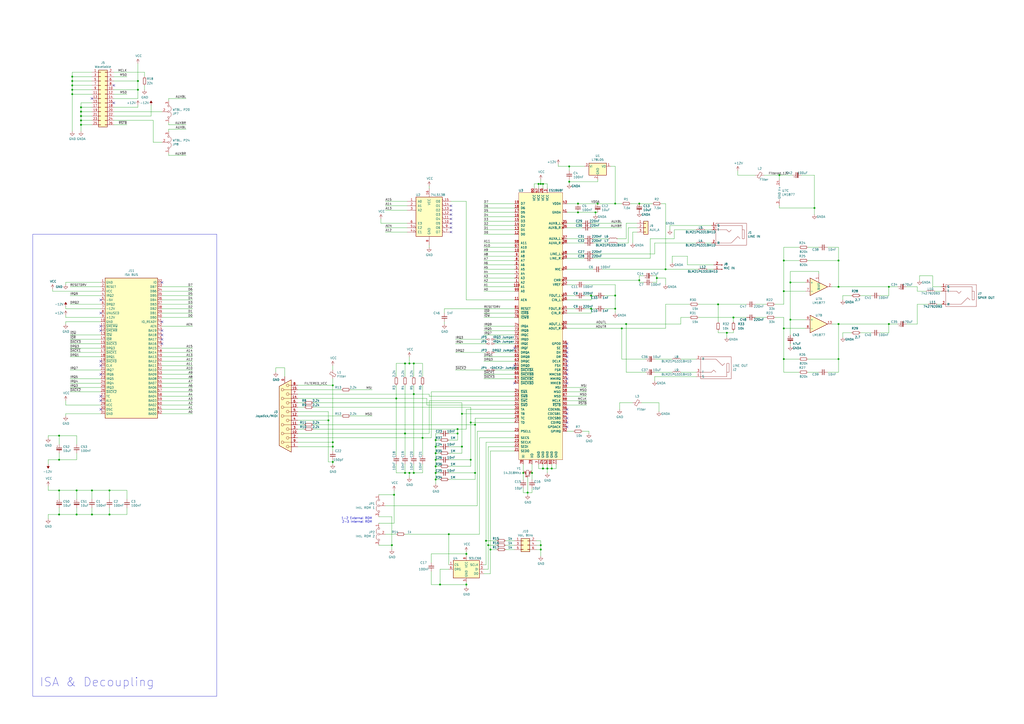
<source format=kicad_sch>
(kicad_sch (version 20230121) (generator eeschema)
  (paper "A2")
  (title_block (title "ES1868F ISA8 Audio Card") (rev "1.2"))
  (lib_symbols
    (symbol "74xx:74LS138" (pin_names (offset 1.016))
      (property "Reference" "U" (at -7.62 11.43 0))
      (property "Value" "74LS138" (at -7.62 -13.97 0))
      (symbol "74LS138_1_0"
        (pin input line (at -12.7 7.62 0) (length 5.08) (name "A0") (number "1"))
        (pin output output_low (at 12.7 -5.08 180) (length 5.08) (name "O5") (number "10"))
        (pin output output_low (at 12.7 -2.54 180) (length 5.08) (name "O4") (number "11"))
        (pin output output_low (at 12.7 0 180) (length 5.08) (name "O3") (number "12"))
        (pin output output_low (at 12.7 2.54 180) (length 5.08) (name "O2") (number "13"))
        (pin output output_low (at 12.7 5.08 180) (length 5.08) (name "O1") (number "14"))
        (pin output output_low (at 12.7 7.62 180) (length 5.08) (name "O0") (number "15"))
        (pin power_in line (at 0 15.24 270) (length 5.08) (name "VCC") (number "16"))
        (pin input line (at -12.7 5.08 0) (length 5.08) (name "A1") (number "2"))
        (pin input line (at -12.7 2.54 0) (length 5.08) (name "A2") (number "3"))
        (pin input input_low (at -12.7 -10.16 0) (length 5.08) (name "E1") (number "4"))
        (pin input input_low (at -12.7 -7.62 0) (length 5.08) (name "E2") (number "5"))
        (pin input line (at -12.7 -5.08 0) (length 5.08) (name "E3") (number "6"))
        (pin output output_low (at 12.7 -10.16 180) (length 5.08) (name "O7") (number "7"))
        (pin power_in line (at 0 -17.78 90) (length 5.08) (name "GND") (number "8"))
        (pin output output_low (at 12.7 -7.62 180) (length 5.08) (name "O6") (number "9"))
      )
    )
    (symbol "Amplifier_Audio:LM1877" (pin_names (offset 0.127))
      (property "Reference" "U" (at 5.08 6.35 0))
      (property "Value" "LM1877" (at 5.08 3.81 0))
      (symbol "LM1877_1_1"
        (pin input line (at 0 7.62 270) (length 5.08) (name "BIAS") (number "1"))
        (pin output line (at 7.62 0 180) (length 2.54) (name "~") (number "2"))
        (pin input line (at -7.62 2.54 0) (length 2.54) (name "+") (number "6"))
        (pin input line (at -7.62 -2.54 0) (length 2.54) (name "-") (number "7"))
      )
      (symbol "LM1877_2_1"
        (pin output line (at 7.62 0 180) (length 2.54) (name "~") (number "13"))
        (pin input line (at -7.62 -2.54 0) (length 2.54) (name "-") (number "8"))
        (pin input line (at -7.62 2.54 0) (length 2.54) (name "+") (number "9"))
      )
      (symbol "LM1877_3_1"
        (pin passive line (at -2.54 -7.62 90) (length 3.81) hide (name "GND") (number "10"))
        (pin passive line (at -2.54 -7.62 90) (length 3.81) hide (name "GND") (number "11"))
        (pin passive line (at -2.54 -7.62 90) (length 3.81) hide (name "GND") (number "12"))
        (pin power_in line (at -2.54 7.62 270) (length 3.81) (name "V+") (number "14"))
        (pin power_in line (at -2.54 -7.62 90) (length 3.81) (name "GND") (number "3"))
        (pin passive line (at -2.54 -7.62 90) (length 3.81) hide (name "GND") (number "4"))
        (pin passive line (at -2.54 -7.62 90) (length 3.81) hide (name "GND") (number "5"))
      )
    )
    (symbol "Connector:Bus_ISA_8bit"
      (property "Reference" "J" (at 0 42.545 0))
      (property "Value" "Bus_ISA_8bit" (at 0 -42.545 0))
      (symbol "Bus_ISA_8bit_1_1"
        (pin power_in line (at -17.78 38.1 0) (length 2.54) (name "GND") (number "1"))
        (pin power_in line (at -17.78 15.24 0) (length 2.54) (name "GND") (number "10"))
        (pin output line (at -17.78 12.7 0) (length 2.54) (name "~{SMEMW}") (number "11"))
        (pin output line (at -17.78 10.16 0) (length 2.54) (name "~{SMEMR}") (number "12"))
        (pin output line (at -17.78 7.62 0) (length 2.54) (name "~{IOW}") (number "13"))
        (pin output line (at -17.78 5.08 0) (length 2.54) (name "~{IOR}") (number "14"))
        (pin passive line (at -17.78 2.54 0) (length 2.54) (name "~{DACK3}") (number "15"))
        (pin passive line (at -17.78 0 0) (length 2.54) (name "DRQ3") (number "16"))
        (pin passive line (at -17.78 -2.54 0) (length 2.54) (name "~{DACK1}") (number "17"))
        (pin passive line (at -17.78 -5.08 0) (length 2.54) (name "DRQ1") (number "18"))
        (pin passive line (at -17.78 -7.62 0) (length 2.54) (name "~{DACK0}") (number "19"))
        (pin output line (at -17.78 35.56 0) (length 2.54) (name "RESET") (number "2"))
        (pin output line (at -17.78 -10.16 0) (length 2.54) (name "CLK") (number "20"))
        (pin passive line (at -17.78 -12.7 0) (length 2.54) (name "IRQ7") (number "21"))
        (pin passive line (at -17.78 -15.24 0) (length 2.54) (name "IRQ6") (number "22"))
        (pin passive line (at -17.78 -17.78 0) (length 2.54) (name "IRQ5") (number "23"))
        (pin passive line (at -17.78 -20.32 0) (length 2.54) (name "IRQ4") (number "24"))
        (pin passive line (at -17.78 -22.86 0) (length 2.54) (name "IRQ3") (number "25"))
        (pin passive line (at -17.78 -25.4 0) (length 2.54) (name "~{DACK2}") (number "26"))
        (pin passive line (at -17.78 -27.94 0) (length 2.54) (name "TC") (number "27"))
        (pin output line (at -17.78 -30.48 0) (length 2.54) (name "ALE") (number "28"))
        (pin power_in line (at -17.78 -33.02 0) (length 2.54) (name "VCC") (number "29"))
        (pin power_in line (at -17.78 33.02 0) (length 2.54) (name "VCC") (number "3"))
        (pin output line (at -17.78 -35.56 0) (length 2.54) (name "OSC") (number "30"))
        (pin power_in line (at -17.78 -38.1 0) (length 2.54) (name "GND") (number "31"))
        (pin passive line (at 17.78 38.1 180) (length 2.54) (name "IO") (number "32"))
        (pin tri_state line (at 17.78 35.56 180) (length 2.54) (name "DB7") (number "33"))
        (pin tri_state line (at 17.78 33.02 180) (length 2.54) (name "DB6") (number "34"))
        (pin tri_state line (at 17.78 30.48 180) (length 2.54) (name "DB5") (number "35"))
        (pin tri_state line (at 17.78 27.94 180) (length 2.54) (name "DB4") (number "36"))
        (pin tri_state line (at 17.78 25.4 180) (length 2.54) (name "DB3") (number "37"))
        (pin tri_state line (at 17.78 22.86 180) (length 2.54) (name "DB2") (number "38"))
        (pin tri_state line (at 17.78 20.32 180) (length 2.54) (name "DB1") (number "39"))
        (pin passive line (at -17.78 30.48 0) (length 2.54) (name "IRQ2") (number "4"))
        (pin tri_state line (at 17.78 17.78 180) (length 2.54) (name "DB0") (number "40"))
        (pin passive line (at 17.78 15.24 180) (length 2.54) (name "IO_READY") (number "41"))
        (pin output line (at 17.78 12.7 180) (length 2.54) (name "AEN") (number "42"))
        (pin tri_state line (at 17.78 10.16 180) (length 2.54) (name "BA19") (number "43"))
        (pin tri_state line (at 17.78 7.62 180) (length 2.54) (name "BA18") (number "44"))
        (pin tri_state line (at 17.78 5.08 180) (length 2.54) (name "BA17") (number "45"))
        (pin tri_state line (at 17.78 2.54 180) (length 2.54) (name "BA16") (number "46"))
        (pin tri_state line (at 17.78 0 180) (length 2.54) (name "BA15") (number "47"))
        (pin tri_state line (at 17.78 -2.54 180) (length 2.54) (name "BA14") (number "48"))
        (pin tri_state line (at 17.78 -5.08 180) (length 2.54) (name "BA13") (number "49"))
        (pin power_in line (at -17.78 27.94 0) (length 2.54) (name "-5V") (number "5"))
        (pin tri_state line (at 17.78 -7.62 180) (length 2.54) (name "BA12") (number "50"))
        (pin tri_state line (at 17.78 -10.16 180) (length 2.54) (name "BA11") (number "51"))
        (pin tri_state line (at 17.78 -12.7 180) (length 2.54) (name "BA10") (number "52"))
        (pin tri_state line (at 17.78 -15.24 180) (length 2.54) (name "BA09") (number "53"))
        (pin tri_state line (at 17.78 -17.78 180) (length 2.54) (name "BA08") (number "54"))
        (pin tri_state line (at 17.78 -20.32 180) (length 2.54) (name "BA07") (number "55"))
        (pin tri_state line (at 17.78 -22.86 180) (length 2.54) (name "BA06") (number "56"))
        (pin tri_state line (at 17.78 -25.4 180) (length 2.54) (name "BA05") (number "57"))
        (pin tri_state line (at 17.78 -27.94 180) (length 2.54) (name "BA04") (number "58"))
        (pin tri_state line (at 17.78 -30.48 180) (length 2.54) (name "BA03") (number "59"))
        (pin passive line (at -17.78 25.4 0) (length 2.54) (name "DRQ2") (number "6"))
        (pin tri_state line (at 17.78 -33.02 180) (length 2.54) (name "BA02") (number "60"))
        (pin tri_state line (at 17.78 -35.56 180) (length 2.54) (name "BA01") (number "61"))
        (pin tri_state line (at 17.78 -38.1 180) (length 2.54) (name "BA00") (number "62"))
        (pin power_in line (at -17.78 22.86 0) (length 2.54) (name "-12V") (number "7"))
        (pin passive line (at -17.78 20.32 0) (length 2.54) (name "UNUSED") (number "8"))
        (pin power_in line (at -17.78 17.78 0) (length 2.54) (name "+12V") (number "9"))
      )
    )
    (symbol "Connector:Conn_01x02_Pin" (pin_names (offset 1.016) hide)
      (property "Reference" "J" (at 0 2.54 0))
      (property "Value" "Conn_01x02_Pin" (at 0 -5.08 0))
      (symbol "Conn_01x02_Pin_1_1"
        (pin passive line (at 5.08 0 180) (length 3.81) (name "Pin_1") (number "1"))
        (pin passive line (at 5.08 -2.54 180) (length 3.81) (name "Pin_2") (number "2"))
      )
    )
    (symbol "Connector:DA15_Receptacle_MountingHoles" (pin_names (offset 1.016) hide)
      (property "Reference" "J" (at 0 24.13 0))
      (property "Value" "DA15_Receptacle_MountingHoles" (at 0 22.225 0))
      (symbol "DA15_Receptacle_MountingHoles_1_1"
        (pin passive line (at 0 -22.86 90) (length 3.81) (name "PAD") (number "0"))
        (pin passive line (at -7.62 17.78 0) (length 3.81) (name "1") (number "1"))
        (pin passive line (at -7.62 10.16 0) (length 3.81) (name "P10") (number "10"))
        (pin passive line (at -7.62 5.08 0) (length 3.81) (name "P111") (number "11"))
        (pin passive line (at -7.62 0 0) (length 3.81) (name "P12") (number "12"))
        (pin passive line (at -7.62 -5.08 0) (length 3.81) (name "P13") (number "13"))
        (pin passive line (at -7.62 -10.16 0) (length 3.81) (name "P14") (number "14"))
        (pin passive line (at -7.62 -15.24 0) (length 3.81) (name "P15") (number "15"))
        (pin passive line (at -7.62 12.7 0) (length 3.81) (name "2") (number "2"))
        (pin passive line (at -7.62 7.62 0) (length 3.81) (name "3") (number "3"))
        (pin passive line (at -7.62 2.54 0) (length 3.81) (name "4") (number "4"))
        (pin passive line (at -7.62 -2.54 0) (length 3.81) (name "5") (number "5"))
        (pin passive line (at -7.62 -7.62 0) (length 3.81) (name "6") (number "6"))
        (pin passive line (at -7.62 -12.7 0) (length 3.81) (name "7") (number "7"))
        (pin passive line (at -7.62 -17.78 0) (length 3.81) (name "8") (number "8"))
        (pin passive line (at -7.62 15.24 0) (length 3.81) (name "P9") (number "9"))
      )
    )
    (symbol "Connector_Generic:Conn_01x03" (pin_names (offset 1.016) hide)
      (property "Reference" "J" (at 0 5.08 0))
      (property "Value" "Conn_01x03" (at 0 -5.08 0))
      (symbol "Conn_01x03_1_1"
        (pin passive line (at -5.08 2.54 0) (length 3.81) (name "Pin_1") (number "1"))
        (pin passive line (at -5.08 0 0) (length 3.81) (name "Pin_2") (number "2"))
        (pin passive line (at -5.08 -2.54 0) (length 3.81) (name "Pin_3") (number "3"))
      )
    )
    (symbol "Connector_Generic:Conn_02x03_Odd_Even" (pin_names (offset 1.016) hide)
      (property "Reference" "J" (at 1.27 5.08 0))
      (property "Value" "Conn_02x03_Odd_Even" (at 1.27 -5.08 0))
      (symbol "Conn_02x03_Odd_Even_1_1"
        (pin passive line (at -5.08 2.54 0) (length 3.81) (name "Pin_1") (number "1"))
        (pin passive line (at 7.62 2.54 180) (length 3.81) (name "Pin_2") (number "2"))
        (pin passive line (at -5.08 0 0) (length 3.81) (name "Pin_3") (number "3"))
        (pin passive line (at 7.62 0 180) (length 3.81) (name "Pin_4") (number "4"))
        (pin passive line (at -5.08 -2.54 0) (length 3.81) (name "Pin_5") (number "5"))
        (pin passive line (at 7.62 -2.54 180) (length 3.81) (name "Pin_6") (number "6"))
      )
    )
    (symbol "Connector_Generic:Conn_02x13_Odd_Even" (pin_names (offset 1.016) hide)
      (property "Reference" "J" (at 1.27 17.78 0))
      (property "Value" "Conn_02x13_Odd_Even" (at 1.27 -17.78 0))
      (symbol "Conn_02x13_Odd_Even_1_1"
        (pin passive line (at -5.08 15.24 0) (length 3.81) (name "Pin_1") (number "1"))
        (pin passive line (at 7.62 5.08 180) (length 3.81) (name "Pin_10") (number "10"))
        (pin passive line (at -5.08 2.54 0) (length 3.81) (name "Pin_11") (number "11"))
        (pin passive line (at 7.62 2.54 180) (length 3.81) (name "Pin_12") (number "12"))
        (pin passive line (at -5.08 0 0) (length 3.81) (name "Pin_13") (number "13"))
        (pin passive line (at 7.62 0 180) (length 3.81) (name "Pin_14") (number "14"))
        (pin passive line (at -5.08 -2.54 0) (length 3.81) (name "Pin_15") (number "15"))
        (pin passive line (at 7.62 -2.54 180) (length 3.81) (name "Pin_16") (number "16"))
        (pin passive line (at -5.08 -5.08 0) (length 3.81) (name "Pin_17") (number "17"))
        (pin passive line (at 7.62 -5.08 180) (length 3.81) (name "Pin_18") (number "18"))
        (pin passive line (at -5.08 -7.62 0) (length 3.81) (name "Pin_19") (number "19"))
        (pin passive line (at 7.62 15.24 180) (length 3.81) (name "Pin_2") (number "2"))
        (pin passive line (at 7.62 -7.62 180) (length 3.81) (name "Pin_20") (number "20"))
        (pin passive line (at -5.08 -10.16 0) (length 3.81) (name "Pin_21") (number "21"))
        (pin passive line (at 7.62 -10.16 180) (length 3.81) (name "Pin_22") (number "22"))
        (pin passive line (at -5.08 -12.7 0) (length 3.81) (name "Pin_23") (number "23"))
        (pin passive line (at 7.62 -12.7 180) (length 3.81) (name "Pin_24") (number "24"))
        (pin passive line (at -5.08 -15.24 0) (length 3.81) (name "Pin_25") (number "25"))
        (pin passive line (at 7.62 -15.24 180) (length 3.81) (name "Pin_26") (number "26"))
        (pin passive line (at -5.08 12.7 0) (length 3.81) (name "Pin_3") (number "3"))
        (pin passive line (at 7.62 12.7 180) (length 3.81) (name "Pin_4") (number "4"))
        (pin passive line (at -5.08 10.16 0) (length 3.81) (name "Pin_5") (number "5"))
        (pin passive line (at 7.62 10.16 180) (length 3.81) (name "Pin_6") (number "6"))
        (pin passive line (at -5.08 7.62 0) (length 3.81) (name "Pin_7") (number "7"))
        (pin passive line (at 7.62 7.62 180) (length 3.81) (name "Pin_8") (number "8"))
        (pin passive line (at -5.08 5.08 0) (length 3.81) (name "Pin_9") (number "9"))
      )
    )
    (symbol "Device:C_Polarized_Small" (pin_numbers hide) (pin_names (offset 0.254) hide)
      (property "Reference" "C" (at 0.254 1.778 0))
      (property "Value" "C_Polarized_Small" (at 0.254 -2.032 0))
      (symbol "C_Polarized_Small_1_1"
        (pin passive line (at 0 2.54 270) (length 1.8542) (name "~") (number "1"))
        (pin passive line (at 0 -2.54 90) (length 1.8542) (name "~") (number "2"))
      )
    )
    (symbol "Device:C_Small" (pin_numbers hide) (pin_names (offset 0.254) hide)
      (property "Reference" "C" (at 0.254 1.778 0))
      (property "Value" "C_Small" (at 0.254 -2.032 0))
      (symbol "C_Small_1_1"
        (pin passive line (at 0 2.54 270) (length 2.032) (name "~") (number "1"))
        (pin passive line (at 0 -2.54 90) (length 2.032) (name "~") (number "2"))
      )
    )
    (symbol "Device:Crystal_GND3_Small" (pin_names (offset 1.016) hide)
      (property "Reference" "Y" (at 0 5.08 0))
      (property "Value" "Crystal_GND3_Small" (at 0 3.175 0))
      (symbol "Crystal_GND3_Small_1_1"
        (pin passive line (at -2.54 0 0) (length 1.27) (name "1") (number "1"))
        (pin passive line (at 2.54 0 180) (length 1.27) (name "2") (number "2"))
        (pin passive line (at 0 -2.54 90) (length 0.635) (name "3") (number "3"))
      )
    )
    (symbol "Device:FerriteBead_Small" (pin_numbers hide) (pin_names (offset 0))
      (property "Reference" "FB" (at 1.905 1.27 0))
      (property "Value" "FerriteBead_Small" (at 1.905 -1.27 0))
      (symbol "FerriteBead_Small_1_1"
        (pin passive line (at 0 2.54 270) (length 1.27) (name "~") (number "1"))
        (pin passive line (at 0 -2.54 90) (length 1.27) (name "~") (number "2"))
      )
    )
    (symbol "Device:L_Small" (pin_numbers hide) (pin_names (offset 0.254) hide)
      (property "Reference" "L" (at 0.762 1.016 0))
      (property "Value" "L_Small" (at 0.762 -1.016 0))
      (symbol "L_Small_1_1"
        (pin passive line (at 0 2.54 270) (length 0.508) (name "~") (number "1"))
        (pin passive line (at 0 -2.54 90) (length 0.508) (name "~") (number "2"))
      )
    )
    (symbol "Device:R_Small" (pin_numbers hide) (pin_names (offset 0.254) hide)
      (property "Reference" "R" (at 0.762 0.508 0))
      (property "Value" "R_Small" (at 0.762 -1.016 0))
      (symbol "R_Small_1_1"
        (pin passive line (at 0 2.54 270) (length 0.762) (name "~") (number "1"))
        (pin passive line (at 0 -2.54 90) (length 0.762) (name "~") (number "2"))
      )
    )
    (symbol "ISA_ES1868-rescue:JACK_TRS_3PINS-my_components" (pin_names (offset 0.762))
      (property "Reference" "P" (at 0 7.62 0))
      (property "Value" "my_components_JACK_TRS_3PINS" (at 0 -7.62 0))
      (symbol "JACK_TRS_3PINS-my_components_1_1"
        (pin passive line (at 11.43 -5.08 180) (length 2.54) (name "S") (number "1"))
        (pin passive line (at 11.43 5.08 180) (length 2.54) (name "R") (number "2"))
        (pin passive line (at 11.43 -2.54 180) (length 2.54) (name "T") (number "3"))
      )
    )
    (symbol "ISA_ES1868-rescue:Jumper_NO_Small-Device" (pin_numbers hide) (pin_names (offset 0.762) hide)
      (property "Reference" "JP" (at 0 2.032 0))
      (property "Value" "Device_Jumper_NO_Small" (at 0.254 -1.524 0))
      (symbol "Jumper_NO_Small-Device_0_1"
        (pin passive line (at -2.54 0 0) (length 1.016) (name "1") (number "1"))
        (pin passive line (at 2.54 0 180) (length 1.016) (name "2") (number "2"))
      )
    )
    (symbol "Jumper:Jumper_3_Open" (pin_names (offset 0) hide)
      (property "Reference" "JP" (at -2.54 -2.54 0))
      (property "Value" "Jumper_3_Open" (at 0 2.794 0))
      (symbol "Jumper_3_Open_1_1"
        (pin passive line (at -6.35 0 0) (length 2.54) (name "A") (number "1"))
        (pin passive line (at 0 -3.81 90) (length 2.54) (name "C") (number "2"))
        (pin passive line (at 6.35 0 180) (length 2.54) (name "B") (number "3"))
      )
    )
    (symbol "Memory_EEPROM:93CxxC"
      (property "Reference" "U" (at -7.62 6.35 0))
      (property "Value" "93CxxC" (at 2.54 -6.35 0))
      (symbol "93CxxC_1_1"
        (pin input line (at -10.16 2.54 0) (length 2.54) (name "CS") (number "1"))
        (pin input line (at 10.16 2.54 180) (length 2.54) (name "SCLK") (number "2"))
        (pin input line (at 10.16 0 180) (length 2.54) (name "DI") (number "3"))
        (pin tri_state line (at 10.16 -2.54 180) (length 2.54) (name "DO") (number "4"))
        (pin power_in line (at 0 -7.62 90) (length 2.54) (name "GND") (number "5"))
        (pin input line (at -10.16 0 0) (length 2.54) (name "ORG") (number "6"))
        (pin no_connect line (at -7.62 -2.54 0) (length 2.54) hide (name "NC") (number "7"))
        (pin power_in line (at 0 7.62 270) (length 2.54) (name "VCC") (number "8"))
      )
    )
    (symbol "Regulator_Linear:L78L05_TO92" (pin_names (offset 0.254))
      (property "Reference" "U" (at -3.81 3.175 0))
      (property "Value" "L78L05_TO92" (at 0 3.175 0))
      (symbol "L78L05_TO92_1_1"
        (pin power_out line (at 7.62 0 180) (length 2.54) (name "VO") (number "1"))
        (pin power_in line (at 0 -7.62 90) (length 2.54) (name "GND") (number "2"))
        (pin power_in line (at -7.62 0 0) (length 2.54) (name "VI") (number "3"))
      )
    )
    (symbol "custom_components:ES1868F" (pin_names (offset 1.016))
      (property "Reference" "U" (at -11.43 73.66 0))
      (property "Value" "ES1868F" (at 1.27 0 90))
      (symbol "ES1868F_1_1"
        (pin input line (at -15.24 20.32 0) (length 2.54) (name "A2") (number "1"))
        (pin input line (at -15.24 38.1 0) (length 2.54) (name "A9") (number "10"))
        (pin input line (at -15.24 17.78 0) (length 2.54) (name "A1") (number "100"))
        (pin input line (at -15.24 10.16 0) (length 2.54) (name "AEN") (number "11"))
        (pin bidirectional line (at -15.24 48.26 0) (length 2.54) (name "D0") (number "12"))
        (pin bidirectional line (at -15.24 50.8 0) (length 2.54) (name "D1") (number "13"))
        (pin bidirectional line (at -15.24 53.34 0) (length 2.54) (name "D2") (number "14"))
        (pin bidirectional line (at -15.24 55.88 0) (length 2.54) (name "D3") (number "15"))
        (pin bidirectional line (at -15.24 58.42 0) (length 2.54) (name "D4") (number "16"))
        (pin bidirectional line (at -15.24 60.96 0) (length 2.54) (name "D5") (number "17"))
        (pin bidirectional line (at -15.24 63.5 0) (length 2.54) (name "D6") (number "18"))
        (pin bidirectional line (at -15.24 66.04 0) (length 2.54) (name "D7") (number "19"))
        (pin input line (at -15.24 22.86 0) (length 2.54) (name "A3") (number "2"))
        (pin input line (at -15.24 -69.85 0) (length 2.54) (name "SECS") (number "20"))
        (pin input line (at -15.24 -77.47 0) (length 2.54) (name "SEDO") (number "21"))
        (pin input line (at -15.24 -74.93 0) (length 2.54) (name "SEDI") (number "22"))
        (pin output line (at -15.24 -72.39 0) (length 2.54) (name "SECLK") (number "23"))
        (pin power_in line (at 1.27 -85.09 90) (length 2.54) (name "GND") (number "24"))
        (pin input line (at -15.24 -66.04 0) (length 2.54) (name "PSEL1") (number "25"))
        (pin power_in line (at 1.27 74.93 270) (length 2.54) (name "VCC") (number "26"))
        (pin bidirectional line (at -15.24 -60.96 0) (length 2.54) (name "TD") (number "27"))
        (pin bidirectional line (at -15.24 -58.42 0) (length 2.54) (name "TC") (number "28"))
        (pin bidirectional line (at -15.24 -55.88 0) (length 2.54) (name "TB") (number "29"))
        (pin power_in line (at 3.81 74.93 270) (length 2.54) (name "VCC") (number "3"))
        (pin bidirectional line (at -15.24 -53.34 0) (length 2.54) (name "TA") (number "30"))
        (pin input line (at -15.24 -50.8 0) (length 2.54) (name "~{SWD}") (number "31"))
        (pin input line (at -15.24 -48.26 0) (length 2.54) (name "~{SWC}") (number "32"))
        (pin input line (at -15.24 -45.72 0) (length 2.54) (name "~{SWB}") (number "33"))
        (pin input line (at -15.24 -43.18 0) (length 2.54) (name "~{SWA}") (number "34"))
        (pin input non_logic (at 15.24 54.61 180) (length 2.54) (name "AUXB_L") (number "35"))
        (pin input non_logic (at 15.24 52.07 180) (length 2.54) (name "AUXB_R") (number "36"))
        (pin input non_logic (at 15.24 45.72 180) (length 2.54) (name "AUXA_L") (number "37"))
        (pin input non_logic (at 15.24 43.18 180) (length 2.54) (name "AUXA_R") (number "38"))
        (pin output non_logic (at 15.24 21.59 180) (length 2.54) (name "CMR") (number "39"))
        (pin input line (at -15.24 25.4 0) (length 2.54) (name "A4") (number "4"))
        (pin input non_logic (at 15.24 27.94 180) (length 2.54) (name "MIC") (number "40"))
        (pin power_in line (at 15.24 60.96 180) (length 2.54) (name "GNDA") (number "41"))
        (pin output non_logic (at 15.24 19.05 180) (length 2.54) (name "VREF") (number "42"))
        (pin power_in line (at 15.24 66.04 180) (length 2.54) (name "VDDA") (number "43"))
        (pin output non_logic (at 15.24 5.08 180) (length 2.54) (name "FOUT_R") (number "44"))
        (pin output non_logic (at 15.24 12.7 180) (length 2.54) (name "FOUT_L") (number "45"))
        (pin input non_logic (at 15.24 10.16 180) (length 2.54) (name "CIN_L") (number "46"))
        (pin input non_logic (at 15.24 2.54 180) (length 2.54) (name "CIN_R") (number "47"))
        (pin input non_logic (at 15.24 36.83 180) (length 2.54) (name "LINE_L") (number "48"))
        (pin input non_logic (at 15.24 34.29 180) (length 2.54) (name "LINE_R") (number "49"))
        (pin input line (at -15.24 27.94 0) (length 2.54) (name "A5") (number "5"))
        (pin output non_logic (at 15.24 -3.81 180) (length 2.54) (name "AOUT_L") (number "50"))
        (pin output non_logic (at 15.24 -6.35 180) (length 2.54) (name "AOUT_R") (number "51"))
        (pin power_in line (at 3.81 -85.09 90) (length 2.54) (name "GND") (number "52"))
        (pin input line (at 15.24 -38.1 180) (length 2.54) (name "MMIEB") (number "53"))
        (pin input line (at 15.24 -35.56 180) (length 2.54) (name "MMIRQ") (number "54"))
        (pin output line (at 15.24 -33.02 180) (length 2.54) (name "MMCSB") (number "55"))
        (pin output line (at 15.24 -15.24 180) (length 2.54) (name "GPO0") (number "56"))
        (pin power_in line (at -1.27 74.93 270) (length 2.54) (name "VCC") (number "57"))
        (pin output line (at 15.24 -43.18 180) (length 2.54) (name "MSO") (number "58"))
        (pin input line (at 15.24 -40.64 180) (length 2.54) (name "MSI") (number "59"))
        (pin input line (at -15.24 30.48 0) (length 2.54) (name "A6") (number "6"))
        (pin power_in line (at 6.35 -85.09 90) (length 2.54) (name "GND") (number "60"))
        (pin output line (at -15.24 -27.94 0) (length 2.54) (name "DRQD") (number "61"))
        (pin tri_state line (at -15.24 -38.1 0) (length 2.54) (name "~{DACKBD}") (number "62"))
        (pin output line (at -15.24 -25.4 0) (length 2.54) (name "DRQC") (number "63"))
        (pin tri_state line (at -15.24 -35.56 0) (length 2.54) (name "~{DACKBC}") (number "64"))
        (pin output line (at -15.24 -22.86 0) (length 2.54) (name "DRQB") (number "65"))
        (pin tri_state line (at -15.24 -33.02 0) (length 2.54) (name "~{DACKBB}") (number "66"))
        (pin output line (at -15.24 -20.32 0) (length 2.54) (name "DRQA") (number "67"))
        (pin tri_state line (at -15.24 -30.48 0) (length 2.54) (name "~{DACKBA}") (number "68"))
        (pin tri_state line (at -15.24 -17.78 0) (length 2.54) (name "IRQF") (number "69"))
        (pin power_in line (at -1.27 -85.09 90) (length 2.54) (name "GND") (number "7"))
        (pin tri_state line (at -15.24 -15.24 0) (length 2.54) (name "IRQE") (number "70"))
        (pin tri_state line (at -15.24 -12.7 0) (length 2.54) (name "IRQD") (number "71"))
        (pin tri_state line (at -15.24 -10.16 0) (length 2.54) (name "IRQC") (number "72"))
        (pin tri_state line (at -15.24 -7.62 0) (length 2.54) (name "IRQB") (number "73"))
        (pin tri_state line (at -15.24 -5.08 0) (length 2.54) (name "IRQA") (number "74"))
        (pin input line (at -15.24 2.54 0) (length 2.54) (name "~{IORB}") (number "75"))
        (pin input line (at -15.24 0 0) (length 2.54) (name "~{IOWB}") (number "76"))
        (pin power_in line (at 8.89 -85.09 90) (length 2.54) (name "GND") (number "77"))
        (pin input line (at -10.16 -85.09 90) (length 2.54) (name "XI") (number "78"))
        (pin output line (at -5.08 -85.09 90) (length 2.54) (name "XO") (number "79"))
        (pin input line (at -15.24 33.02 0) (length 2.54) (name "A7") (number "8"))
        (pin power_in line (at -3.81 74.93 270) (length 2.54) (name "VCC") (number "80"))
        (pin input line (at -15.24 5.08 0) (length 2.54) (name "RESET") (number "81"))
        (pin input line (at 15.24 -30.48 180) (length 2.54) (name "FSR") (number "82"))
        (pin input line (at 15.24 -27.94 180) (length 2.54) (name "FSX") (number "83"))
        (pin input line (at 15.24 -25.4 180) (length 2.54) (name "DCLK") (number "84"))
        (pin input line (at 15.24 -22.86 180) (length 2.54) (name "DR") (number "85"))
        (pin tri_state line (at 15.24 -20.32 180) (length 2.54) (name "DX") (number "86"))
        (pin input line (at 15.24 -45.72 180) (length 2.54) (name "MSD") (number "87"))
        (pin input line (at 15.24 -48.26 180) (length 2.54) (name "MCLK") (number "88"))
        (pin input line (at 15.24 -17.78 180) (length 2.54) (name "SE") (number "89"))
        (pin input line (at -15.24 35.56 0) (length 2.54) (name "A8") (number "9"))
        (pin output line (at 15.24 -50.8 180) (length 2.54) (name "~{RSTB}") (number "90"))
        (pin output line (at 15.24 -63.5 180) (length 2.54) (name "GPDACK") (number "91"))
        (pin input line (at 15.24 -66.04 180) (length 2.54) (name "GPIRQ") (number "92"))
        (pin input line (at 15.24 -60.96 180) (length 2.54) (name "CDIRQ") (number "93"))
        (pin output line (at 15.24 -58.42 180) (length 2.54) (name "CDCSB0") (number "94"))
        (pin output line (at 15.24 -55.88 180) (length 2.54) (name "CDCSB1") (number "95"))
        (pin output line (at 15.24 -53.34 180) (length 2.54) (name "CDENBL") (number "96"))
        (pin input line (at -15.24 40.64 0) (length 2.54) (name "A10") (number "97"))
        (pin input line (at -15.24 43.18 0) (length 2.54) (name "A11") (number "98"))
        (pin input line (at -15.24 15.24 0) (length 2.54) (name "A0") (number "99"))
      )
    )
    (symbol "power:+12V" (power) (pin_names (offset 0))
      (property "Value" "+12V" (at 0 3.556 0))
      (symbol "+12V_1_1"
        (pin power_in line (at 0 0 90) (length 0) hide (name "+12V") (number "1"))
      )
    )
    (symbol "power:-12V" (power) (pin_names (offset 0))
      (property "Value" "-12V" (at 0 3.81 0))
      (symbol "-12V_0_0"
        (pin power_in line (at 0 0 90) (length 0) hide (name "-12V") (number "1"))
      )
    )
    (symbol "power:GND" (power) (pin_names (offset 0))
      (property "Value" "GND" (at 0 -3.81 0))
      (symbol "GND_1_1"
        (pin power_in line (at 0 0 270) (length 0) hide (name "GND") (number "1"))
      )
    )
    (symbol "power:GNDA" (power) (pin_names (offset 0))
      (property "Value" "GNDA" (at 0 -3.81 0))
      (symbol "GNDA_1_1"
        (pin power_in line (at 0 0 270) (length 0) hide (name "GNDA") (number "1"))
      )
    )
    (symbol "power:VCC" (power) (pin_names (offset 0))
      (property "Value" "VCC" (at 0 3.81 0))
      (symbol "VCC_1_1"
        (pin power_in line (at 0 0 90) (length 0) hide (name "VCC") (number "1"))
      )
    )
  )
  (junction (at 193.04 223.52))
  (junction (at 41.91 49.53))
  (junction (at 381 161.29))
  (junction (at 275.59 274.32))
  (junction (at 53.34 284.48))
  (junction (at 44.45 298.45))
  (junction (at 80.01 52.07))
  (junction (at 245.11 254))
  (junction (at 41.91 52.07))
  (junction (at 345.44 123.19))
  (junction (at 458.47 163.83))
  (junction (at 252.73 255.27))
  (junction (at 267.97 259.08))
  (junction (at 240.03 228.6))
  (junction (at 275.59 246.38))
  (junction (at 314.96 106.68))
  (junction (at 486.41 151.13))
  (junction (at 342.9 179.07))
  (junction (at 356.87 179.07))
  (junction (at 486.41 208.28))
  (junction (at 229.87 231.14))
  (junction (at 335.28 118.11))
  (junction (at 252.73 278.13))
  (junction (at 515.62 166.37))
  (junction (at 356.87 171.45))
  (junction (at 416.56 176.53))
  (junction (at 281.94 313.69))
  (junction (at 237.49 210.82))
  (junction (at 454.66 151.13))
  (junction (at 41.91 46.99))
  (junction (at 312.42 106.68))
  (junction (at 270.51 339.09))
  (junction (at 303.53 274.32))
  (junction (at 284.48 318.77))
  (junction (at 320.04 271.78))
  (junction (at 308.61 274.32))
  (junction (at 270.51 321.31))
  (junction (at 44.45 284.48))
  (junction (at 234.95 251.46))
  (junction (at 273.05 266.7))
  (junction (at 193.04 259.08))
  (junction (at 80.01 46.99))
  (junction (at 313.69 316.23))
  (junction (at 360.68 190.5))
  (junction (at 267.97 240.03))
  (junction (at 273.05 245.11))
  (junction (at 356.87 118.11))
  (junction (at 454.66 190.5))
  (junction (at 283.21 316.23))
  (junction (at 41.91 44.45))
  (junction (at 335.28 123.19))
  (junction (at 63.5 298.45))
  (junction (at 260.35 309.88))
  (junction (at 227.33 316.23))
  (junction (at 252.73 266.7))
  (junction (at 46.99 62.23))
  (junction (at 34.29 266.7))
  (junction (at 234.95 210.82))
  (junction (at 240.03 274.32))
  (junction (at 34.29 252.73))
  (junction (at 313.69 106.68))
  (junction (at 190.5 243.84))
  (junction (at 193.04 267.97))
  (junction (at 330.2 96.52))
  (junction (at 41.91 54.61))
  (junction (at 370.84 162.56))
  (junction (at 454.66 168.91))
  (junction (at 34.29 298.45))
  (junction (at 63.5 284.48))
  (junction (at 342.9 171.45))
  (junction (at 34.29 284.48))
  (junction (at 458.47 185.42))
  (junction (at 193.04 256.54))
  (junction (at 46.99 64.77))
  (junction (at 265.43 248.92))
  (junction (at 313.69 318.77))
  (junction (at 46.99 69.85))
  (junction (at 265.43 251.46))
  (junction (at 306.07 285.75))
  (junction (at 237.49 274.32))
  (junction (at 486.41 187.96))
  (junction (at 386.08 156.21))
  (junction (at 252.73 270.51))
  (junction (at 452.12 101.6))
  (junction (at 425.45 184.15))
  (junction (at 240.03 210.82))
  (junction (at 454.66 208.28))
  (junction (at 46.99 72.39))
  (junction (at 228.6 287.02))
  (junction (at 252.73 274.32))
  (junction (at 234.95 274.32))
  (junction (at 421.64 193.04))
  (junction (at 472.44 120.65))
  (junction (at 486.41 166.37))
  (junction (at 46.99 67.31))
  (junction (at 363.22 187.96))
  (junction (at 252.73 262.89))
  (junction (at 317.5 271.78))
  (junction (at 252.73 259.08))
  (junction (at 346.71 118.11))
  (junction (at 314.96 271.78))
  (junction (at 255.27 339.09))
  (junction (at 515.62 187.96))
  (junction (at 370.84 118.11))
  (junction (at 53.34 298.45))
  (junction (at 330.2 105.41))
  (no_connect (at 93.98 196.85))
  (no_connect (at 93.98 199.39))
  (no_connect (at 328.93 212.09))
  (no_connect (at 58.42 209.55))
  (no_connect (at 298.45 222.25))
  (no_connect (at 66.04 59.69))
  (no_connect (at 328.93 207.01))
  (no_connect (at 328.93 209.55))
  (no_connect (at 58.42 232.41))
  (no_connect (at 328.93 237.49))
  (no_connect (at 58.42 217.17))
  (no_connect (at 328.93 204.47))
  (no_connect (at 328.93 217.17))
  (no_connect (at 261.62 129.54))
  (no_connect (at 66.04 49.53))
  (no_connect (at 93.98 163.83))
  (no_connect (at 261.62 119.38))
  (no_connect (at 328.93 242.57))
  (no_connect (at 261.62 127))
  (no_connect (at 328.93 201.93))
  (no_connect (at 58.42 191.77))
  (no_connect (at 58.42 189.23))
  (no_connect (at 58.42 212.09))
  (no_connect (at 58.42 237.49))
  (no_connect (at 298.45 212.09))
  (no_connect (at 58.42 181.61))
  (no_connect (at 328.93 214.63))
  (no_connect (at 328.93 245.11))
  (no_connect (at 328.93 240.03))
  (no_connect (at 93.98 194.31))
  (no_connect (at 261.62 124.46))
  (no_connect (at 93.98 186.69))
  (no_connect (at 58.42 229.87))
  (no_connect (at 261.62 132.08))
  (no_connect (at 93.98 191.77))
  (no_connect (at 261.62 121.92))
  (no_connect (at 261.62 134.62))
  (no_connect (at 328.93 219.71))
  (no_connect (at 53.34 57.15))
  (no_connect (at 298.45 201.93))
  (no_connect (at 58.42 173.99))
  (no_connect (at 328.93 247.65))
  (no_connect (at 328.93 222.25))
  (no_connect (at 328.93 199.39))
  (wire (pts (xy 342.9 132.08) (xy 360.68 132.08)))
  (wire (pts (xy 458.47 157.48) (xy 458.47 163.83)))
  (wire (pts (xy 468.63 208.28) (xy 486.41 208.28)))
  (wire (pts (xy 284.48 332.74) (xy 284.48 318.77)))
  (wire (pts (xy 255.27 251.46) (xy 252.73 251.46)))
  (wire (pts (xy 111.76 219.71) (xy 93.98 219.71)))
  (wire (pts (xy 303.53 274.32) (xy 303.53 278.13)))
  (wire (pts (xy 267.97 233.68) (xy 267.97 240.03)))
  (wire (pts (xy 312.42 109.22) (xy 312.42 106.68)))
  (wire (pts (xy 303.53 283.21) (xy 303.53 285.75)))
  (wire (pts (xy 317.5 106.68) (xy 317.5 109.22)))
  (wire (pts (xy 111.76 237.49) (xy 93.98 237.49)))
  (wire (pts (xy 88.9 69.85) (xy 88.9 82.55)))
  (wire (pts (xy 270.51 237.49) (xy 298.45 237.49)))
  (wire (pts (xy 425.45 184.15) (xy 425.45 186.69)))
  (wire (pts (xy 287.02 214.63) (xy 298.45 214.63)))
  (wire (pts (xy 372.11 233.68) (xy 382.27 233.68)))
  (wire (pts (xy 515.62 193.04) (xy 510.54 193.04)))
  (wire (pts (xy 425.45 193.04) (xy 425.45 191.77)))
  (wire (pts (xy 260.35 266.7) (xy 273.05 266.7)))
  (wire (pts (xy 34.29 284.48) (xy 27.94 284.48)))
  (wire (pts (xy 160.02 215.9) (xy 160.02 213.36)))
  (wire (pts (xy 27.94 252.73) (xy 34.29 252.73)))
  (wire (pts (xy 240.03 210.82) (xy 245.11 210.82)))
  (wire (pts (xy 172.72 223.52) (xy 193.04 223.52)))
  (wire (pts (xy 486.41 143.51) (xy 486.41 151.13)))
  (wire (pts (xy 280.67 166.37) (xy 298.45 166.37)))
  (wire (pts (xy 280.67 151.13) (xy 298.45 151.13)))
  (wire (pts (xy 364.49 132.08) (xy 364.49 140.97)))
  (wire (pts (xy 58.42 224.79) (xy 40.64 224.79)))
  (wire (pts (xy 248.92 251.46) (xy 248.92 232.41)))
  (wire (pts (xy 320.04 269.24) (xy 320.04 271.78)))
  (wire (pts (xy 276.86 250.19) (xy 298.45 250.19)))
  (wire (pts (xy 172.72 241.3) (xy 198.12 241.3)))
  (wire (pts (xy 255.27 278.13) (xy 252.73 278.13)))
  (wire (pts (xy 284.48 318.77) (xy 284.48 261.62)))
  (wire (pts (xy 449.58 184.15) (xy 454.66 184.15)))
  (wire (pts (xy 160.02 213.36) (xy 165.1 213.36)))
  (wire (pts (xy 353.06 140.97) (xy 344.17 140.97)))
  (wire (pts (xy 58.42 194.31) (xy 40.64 194.31)))
  (wire (pts (xy 172.72 246.38) (xy 176.53 246.38)))
  (wire (pts (xy 374.65 208.28) (xy 360.68 208.28)))
  (wire (pts (xy 236.22 121.92) (xy 223.52 121.92)))
  (wire (pts (xy 499.11 193.04) (xy 505.46 193.04)))
  (wire (pts (xy 172.72 254) (xy 245.11 254)))
  (wire (pts (xy 391.16 138.43) (xy 391.16 133.35)))
  (wire (pts (xy 260.35 327.66) (xy 260.35 309.88)))
  (wire (pts (xy 278.13 309.88) (xy 278.13 254)))
  (wire (pts (xy 80.01 62.23) (xy 80.01 60.96)))
  (wire (pts (xy 53.34 67.31) (xy 46.99 67.31)))
  (wire (pts (xy 66.04 69.85) (xy 88.9 69.85)))
  (wire (pts (xy 330.2 104.14) (xy 330.2 105.41)))
  (wire (pts (xy 220.98 129.54) (xy 220.98 127)))
  (wire (pts (xy 314.96 269.24) (xy 314.96 271.78)))
  (wire (pts (xy 236.22 132.08) (xy 223.52 132.08)))
  (wire (pts (xy 34.29 252.73) (xy 34.29 257.81)))
  (wire (pts (xy 234.95 218.44) (xy 234.95 210.82)))
  (wire (pts (xy 468.63 151.13) (xy 486.41 151.13)))
  (wire (pts (xy 346.71 105.41) (xy 346.71 104.14)))
  (wire (pts (xy 382.27 233.68) (xy 382.27 238.76)))
  (wire (pts (xy 515.62 187.96) (xy 515.62 193.04)))
  (wire (pts (xy 240.03 218.44) (xy 240.03 210.82)))
  (wire (pts (xy 287.02 204.47) (xy 298.45 204.47)))
  (wire (pts (xy 293.37 316.23) (xy 298.45 316.23)))
  (wire (pts (xy 335.28 123.19) (xy 345.44 123.19)))
  (wire (pts (xy 229.87 218.44) (xy 229.87 210.82)))
  (wire (pts (xy 260.35 251.46) (xy 265.43 251.46)))
  (wire (pts (xy 172.72 238.76) (xy 190.5 238.76)))
  (wire (pts (xy 270.51 321.31) (xy 270.51 322.58)))
  (wire (pts (xy 280.67 158.75) (xy 298.45 158.75)))
  (wire (pts (xy 379.73 140.97) (xy 403.86 140.97)))
  (wire (pts (xy 236.22 116.84) (xy 223.52 116.84)))
  (wire (pts (xy 38.1 240.03) (xy 58.42 240.03)))
  (wire (pts (xy 543.56 176.53) (xy 546.1 176.53)))
  (wire (pts (xy 44.45 284.48) (xy 44.45 289.56)))
  (wire (pts (xy 421.64 195.58) (xy 421.64 193.04)))
  (wire (pts (xy 261.62 116.84) (xy 270.51 116.84)))
  (wire (pts (xy 252.73 274.32) (xy 252.73 278.13)))
  (wire (pts (xy 311.15 316.23) (xy 313.69 316.23)))
  (wire (pts (xy 227.33 299.72) (xy 227.33 316.23)))
  (wire (pts (xy 381 163.83) (xy 378.46 163.83)))
  (wire (pts (xy 27.94 281.94) (xy 27.94 284.48)))
  (wire (pts (xy 306.07 287.02) (xy 306.07 285.75)))
  (wire (pts (xy 250.19 321.31) (xy 250.19 326.39)))
  (wire (pts (xy 276.86 293.37) (xy 276.86 250.19)))
  (wire (pts (xy 97.79 58.42) (xy 97.79 57.15)))
  (wire (pts (xy 190.5 243.84) (xy 190.5 267.97)))
  (wire (pts (xy 53.34 59.69) (xy 46.99 59.69)))
  (wire (pts (xy 234.95 264.16) (xy 234.95 251.46)))
  (wire (pts (xy 53.34 298.45) (xy 63.5 298.45)))
  (wire (pts (xy 363.22 187.96) (xy 394.97 187.96)))
  (wire (pts (xy 298.45 217.17) (xy 280.67 217.17)))
  (wire (pts (xy 245.11 254) (xy 250.19 254)))
  (wire (pts (xy 240.03 269.24) (xy 240.03 274.32)))
  (wire (pts (xy 454.66 184.15) (xy 454.66 190.5)))
  (wire (pts (xy 386.08 190.5) (xy 386.08 176.53)))
  (wire (pts (xy 66.04 54.61) (xy 73.66 54.61)))
  (wire (pts (xy 416.56 176.53) (xy 416.56 186.69)))
  (wire (pts (xy 44.45 294.64) (xy 44.45 298.45)))
  (wire (pts (xy 252.73 266.7) (xy 252.73 270.51)))
  (wire (pts (xy 46.99 72.39) (xy 46.99 69.85)))
  (wire (pts (xy 452.12 104.14) (xy 452.12 101.6)))
  (wire (pts (xy 533.4 162.56) (xy 533.4 160.02)))
  (wire (pts (xy 280.67 118.11) (xy 298.45 118.11)))
  (wire (pts (xy 34.29 298.45) (xy 27.94 298.45)))
  (wire (pts (xy 111.76 224.79) (xy 93.98 224.79)))
  (wire (pts (xy 330.2 96.52) (xy 339.09 96.52)))
  (wire (pts (xy 66.04 72.39) (xy 73.66 72.39)))
  (wire (pts (xy 270.51 337.82) (xy 270.51 339.09)))
  (wire (pts (xy 328.93 147.32) (xy 339.09 147.32)))
  (wire (pts (xy 314.96 106.68) (xy 317.5 106.68)))
  (wire (pts (xy 454.66 168.91) (xy 454.66 151.13)))
  (wire (pts (xy 38.1 177.8) (xy 38.1 179.07)))
  (wire (pts (xy 236.22 134.62) (xy 223.52 134.62)))
  (wire (pts (xy 313.69 313.69) (xy 313.69 316.23)))
  (wire (pts (xy 111.76 207.01) (xy 93.98 207.01)))
  (wire (pts (xy 66.04 52.07) (xy 80.01 52.07)))
  (wire (pts (xy 486.41 215.9) (xy 486.41 208.28)))
  (wire (pts (xy 38.1 186.69) (xy 58.42 186.69)))
  (wire (pts (xy 41.91 46.99) (xy 41.91 49.53)))
  (wire (pts (xy 270.51 321.31) (xy 250.19 321.31)))
  (wire (pts (xy 44.45 266.7) (xy 34.29 266.7)))
  (wire (pts (xy 488.95 171.45) (xy 494.03 171.45)))
  (wire (pts (xy 87.63 60.96) (xy 87.63 67.31)))
  (wire (pts (xy 317.5 269.24) (xy 317.5 271.78)))
  (wire (pts (xy 44.45 298.45) (xy 53.34 298.45)))
  (wire (pts (xy 219.71 287.02) (xy 228.6 287.02)))
  (wire (pts (xy 342.9 179.07) (xy 339.09 179.07)))
  (wire (pts (xy 332.74 250.19) (xy 328.93 250.19)))
  (wire (pts (xy 541.02 160.02) (xy 541.02 166.37)))
  (wire (pts (xy 237.49 274.32) (xy 240.03 274.32)))
  (wire (pts (xy 328.93 229.87) (xy 340.36 229.87)))
  (wire (pts (xy 298.45 207.01) (xy 280.67 207.01)))
  (wire (pts (xy 111.76 204.47) (xy 93.98 204.47)))
  (wire (pts (xy 223.52 293.37) (xy 276.86 293.37)))
  (wire (pts (xy 328.93 234.95) (xy 340.36 234.95)))
  (wire (pts (xy 344.17 138.43) (xy 353.06 138.43)))
  (wire (pts (xy 356.87 165.1) (xy 356.87 171.45)))
  (wire (pts (xy 458.47 163.83) (xy 458.47 185.42)))
  (wire (pts (xy 344.17 149.86) (xy 377.19 149.86)))
  (wire (pts (xy 280.67 130.81) (xy 298.45 130.81)))
  (wire (pts (xy 245.11 274.32) (xy 245.11 269.24)))
  (wire (pts (xy 345.44 123.19) (xy 345.44 124.46)))
  (wire (pts (xy 358.14 138.43) (xy 363.22 138.43)))
  (wire (pts (xy 38.1 232.41) (xy 38.1 234.95)))
  (wire (pts (xy 252.73 262.89) (xy 252.73 266.7)))
  (wire (pts (xy 313.69 318.77) (xy 313.69 322.58)))
  (wire (pts (xy 58.42 166.37) (xy 40.64 166.37)))
  (wire (pts (xy 273.05 266.7) (xy 273.05 270.51)))
  (wire (pts (xy 270.51 320.04) (xy 270.51 321.31)))
  (wire (pts (xy 234.95 269.24) (xy 234.95 274.32)))
  (wire (pts (xy 53.34 294.64) (xy 53.34 298.45)))
  (wire (pts (xy 328.93 224.79) (xy 340.36 224.79)))
  (wire (pts (xy 165.1 213.36) (xy 165.1 218.44)))
  (wire (pts (xy 365.76 118.11) (xy 370.84 118.11)))
  (wire (pts (xy 280.67 146.05) (xy 298.45 146.05)))
  (wire (pts (xy 388.62 130.81) (xy 388.62 133.35)))
  (wire (pts (xy 255.27 266.7) (xy 252.73 266.7)))
  (wire (pts (xy 488.95 195.58) (xy 488.95 193.04)))
  (wire (pts (xy 219.71 299.72) (xy 227.33 299.72)))
  (wire (pts (xy 111.76 217.17) (xy 93.98 217.17)))
  (wire (pts (xy 97.79 88.9) (xy 97.79 90.17)))
  (wire (pts (xy 53.34 49.53) (xy 41.91 49.53)))
  (wire (pts (xy 314.96 109.22) (xy 314.96 106.68)))
  (wire (pts (xy 328.93 171.45) (xy 334.01 171.45)))
  (wire (pts (xy 234.95 274.32) (xy 237.49 274.32)))
  (wire (pts (xy 252.73 251.46) (xy 252.73 255.27)))
  (wire (pts (xy 275.59 246.38) (xy 275.59 242.57)))
  (wire (pts (xy 341.63 250.19) (xy 341.63 251.46)))
  (wire (pts (xy 97.79 72.39) (xy 107.95 72.39)))
  (wire (pts (xy 335.28 118.11) (xy 346.71 118.11)))
  (wire (pts (xy 360.68 190.5) (xy 386.08 190.5)))
  (wire (pts (xy 281.94 199.39) (xy 264.16 199.39)))
  (wire (pts (xy 97.79 57.15) (xy 107.95 57.15)))
  (wire (pts (xy 394.97 184.15) (xy 400.05 184.15)))
  (wire (pts (xy 273.05 245.11) (xy 298.45 245.11)))
  (wire (pts (xy 394.97 187.96) (xy 394.97 184.15)))
  (wire (pts (xy 345.44 171.45) (xy 342.9 171.45)))
  (wire (pts (xy 532.13 166.37) (xy 532.13 168.91)))
  (wire (pts (xy 193.04 212.09) (xy 193.04 214.63)))
  (wire (pts (xy 328.93 149.86) (xy 339.09 149.86)))
  (wire (pts (xy 488.95 173.99) (xy 488.95 171.45)))
  (wire (pts (xy 83.82 41.91) (xy 83.82 44.45)))
  (wire (pts (xy 525.78 166.37) (xy 532.13 166.37)))
  (wire (pts (xy 486.41 151.13) (xy 486.41 166.37)))
  (wire (pts (xy 58.42 204.47) (xy 40.64 204.47)))
  (wire (pts (xy 499.11 171.45) (xy 505.46 171.45)))
  (wire (pts (xy 63.5 294.64) (xy 63.5 298.45)))
  (wire (pts (xy 34.29 266.7) (xy 34.29 262.89)))
  (wire (pts (xy 280.67 133.35) (xy 298.45 133.35)))
  (wire (pts (xy 267.97 240.03) (xy 267.97 259.08)))
  (wire (pts (xy 53.34 284.48) (xy 63.5 284.48)))
  (wire (pts (xy 111.76 232.41) (xy 93.98 232.41)))
  (wire (pts (xy 190.5 267.97) (xy 193.04 267.97)))
  (wire (pts (xy 58.42 199.39) (xy 40.64 199.39)))
  (wire (pts (xy 66.04 57.15) (xy 80.01 57.15)))
  (wire (pts (xy 46.99 62.23) (xy 46.99 59.69)))
  (wire (pts (xy 378.46 160.02) (xy 381 160.02)))
  (wire (pts (xy 190.5 238.76) (xy 190.5 243.84)))
  (wire (pts (xy 97.79 74.93) (xy 107.95 74.93)))
  (wire (pts (xy 281.94 214.63) (xy 264.16 214.63)))
  (wire (pts (xy 53.34 46.99) (xy 41.91 46.99)))
  (wire (pts (xy 370.84 118.11) (xy 378.46 118.11)))
  (wire (pts (xy 172.72 256.54) (xy 193.04 256.54)))
  (wire (pts (xy 229.87 210.82) (xy 234.95 210.82)))
  (wire (pts (xy 464.82 101.6) (xy 472.44 101.6)))
  (wire (pts (xy 27.94 254) (xy 27.94 252.73)))
  (wire (pts (xy 260.35 309.88) (xy 234.95 309.88)))
  (wire (pts (xy 260.35 309.88) (xy 278.13 309.88)))
  (wire (pts (xy 63.5 284.48) (xy 73.66 284.48)))
  (wire (pts (xy 280.67 123.19) (xy 298.45 123.19)))
  (wire (pts (xy 381 161.29) (xy 381 163.83)))
  (wire (pts (xy 374.65 215.9) (xy 363.22 215.9)))
  (wire (pts (xy 454.66 151.13) (xy 454.66 143.51)))
  (wire (pts (xy 58.42 176.53) (xy 40.64 176.53)))
  (wire (pts (xy 328.93 165.1) (xy 334.01 165.1)))
  (wire (pts (xy 427.99 99.06) (xy 427.99 101.6)))
  (wire (pts (xy 373.38 160.02) (xy 370.84 160.02)))
  (wire (pts (xy 474.98 157.48) (xy 458.47 157.48)))
  (wire (pts (xy 515.62 171.45) (xy 510.54 171.45)))
  (wire (pts (xy 172.72 226.06) (xy 198.12 226.06)))
  (wire (pts (xy 260.35 330.2) (xy 255.27 330.2)))
  (wire (pts (xy 280.67 163.83) (xy 298.45 163.83)))
  (wire (pts (xy 280.67 125.73) (xy 298.45 125.73)))
  (wire (pts (xy 111.76 179.07) (xy 93.98 179.07)))
  (wire (pts (xy 452.12 101.6) (xy 459.74 101.6)))
  (wire (pts (xy 472.44 101.6) (xy 472.44 120.65)))
  (wire (pts (xy 308.61 274.32) (xy 308.61 278.13)))
  (wire (pts (xy 193.04 256.54) (xy 193.04 223.52)))
  (wire (pts (xy 349.25 156.21) (xy 386.08 156.21)))
  (wire (pts (xy 283.21 330.2) (xy 280.67 330.2)))
  (wire (pts (xy 367.03 134.62) (xy 369.57 134.62)))
  (wire (pts (xy 255.27 330.2) (xy 255.27 339.09)))
  (wire (pts (xy 247.65 234.95) (xy 298.45 234.95)))
  (wire (pts (xy 323.85 95.25) (xy 323.85 96.52)))
  (wire (pts (xy 379.73 215.9) (xy 389.89 215.9)))
  (wire (pts (xy 370.84 163.83) (xy 373.38 163.83)))
  (wire (pts (xy 229.87 231.14) (xy 229.87 223.52)))
  (wire (pts (xy 308.61 285.75) (xy 308.61 283.21)))
  (wire (pts (xy 454.66 168.91) (xy 467.36 168.91)))
  (wire (pts (xy 541.02 166.37) (xy 546.1 166.37)))
  (wire (pts (xy 377.19 138.43) (xy 391.16 138.43)))
  (wire (pts (xy 386.08 156.21) (xy 405.13 156.21)))
  (wire (pts (xy 111.76 214.63) (xy 93.98 214.63)))
  (wire (pts (xy 172.72 231.14) (xy 229.87 231.14)))
  (wire (pts (xy 58.42 201.93) (xy 40.64 201.93)))
  (wire (pts (xy 356.87 171.45) (xy 356.87 179.07)))
  (wire (pts (xy 328.93 187.96) (xy 363.22 187.96)))
  (wire (pts (xy 265.43 251.46) (xy 265.43 248.92)))
  (wire (pts (xy 223.52 309.88) (xy 229.87 309.88)))
  (wire (pts (xy 58.42 219.71) (xy 40.64 219.71)))
  (wire (pts (xy 532.13 168.91) (xy 537.21 168.91)))
  (wire (pts (xy 313.69 106.68) (xy 314.96 106.68)))
  (wire (pts (xy 386.08 118.11) (xy 386.08 156.21)))
  (wire (pts (xy 342.9 171.45) (xy 339.09 171.45)))
  (wire (pts (xy 328.93 138.43) (xy 339.09 138.43)))
  (wire (pts (xy 328.93 181.61) (xy 342.9 181.61)))
  (wire (pts (xy 533.4 160.02) (xy 541.02 160.02)))
  (wire (pts (xy 328.93 162.56) (xy 370.84 162.56)))
  (wire (pts (xy 228.6 303.53) (xy 219.71 303.53)))
  (wire (pts (xy 97.79 71.12) (xy 97.79 72.39)))
  (wire (pts (xy 73.66 284.48) (xy 73.66 289.56)))
  (wire (pts (xy 66.04 46.99) (xy 80.01 46.99)))
  (wire (pts (xy 267.97 262.89) (xy 260.35 262.89)))
  (wire (pts (xy 486.41 208.28) (xy 486.41 187.96)))
  (wire (pts (xy 257.81 179.07) (xy 257.81 181.61)))
  (wire (pts (xy 328.93 232.41) (xy 340.36 232.41)))
  (wire (pts (xy 237.49 210.82) (xy 240.03 210.82)))
  (wire (pts (xy 379.73 218.44) (xy 379.73 220.98)))
  (wire (pts (xy 34.29 252.73) (xy 44.45 252.73)))
  (wire (pts (xy 234.95 251.46) (xy 248.92 251.46)))
  (wire (pts (xy 38.1 182.88) (xy 38.1 184.15)))
  (wire (pts (xy 280.67 332.74) (xy 284.48 332.74)))
  (wire (pts (xy 27.94 266.7) (xy 27.94 269.24)))
  (wire (pts (xy 278.13 254) (xy 298.45 254)))
  (wire (pts (xy 273.05 245.11) (xy 273.05 266.7)))
  (wire (pts (xy 474.98 158.75) (xy 474.98 157.48)))
  (wire (pts (xy 83.82 49.53) (xy 83.82 52.07)))
  (polyline (pts (xy 19.05 135.89) (xy 19.05 403.86)))
  (wire (pts (xy 275.59 246.38) (xy 275.59 274.32)))
  (wire (pts (xy 342.9 129.54) (xy 360.68 129.54)))
  (wire (pts (xy 236.22 119.38) (xy 223.52 119.38)))
  (wire (pts (xy 73.66 298.45) (xy 73.66 294.64)))
  (wire (pts (xy 342.9 181.61) (xy 342.9 179.07)))
  (wire (pts (xy 454.66 151.13) (xy 463.55 151.13)))
  (wire (pts (xy 532.13 187.96) (xy 532.13 176.53)))
  (wire (pts (xy 111.76 176.53) (xy 93.98 176.53)))
  (wire (pts (xy 356.87 179.07) (xy 356.87 181.61)))
  (wire (pts (xy 257.81 186.69) (xy 257.81 187.96)))
  (wire (pts (xy 97.79 90.17) (xy 107.95 90.17)))
  (wire (pts (xy 41.91 44.45) (xy 41.91 46.99)))
  (wire (pts (xy 34.29 284.48) (xy 34.29 289.56)))
  (wire (pts (xy 303.53 269.24) (xy 303.53 274.32)))
  (wire (pts (xy 58.42 222.25) (xy 40.64 222.25)))
  (wire (pts (xy 111.76 222.25) (xy 93.98 222.25)))
  (wire (pts (xy 298.45 189.23) (xy 280.67 189.23)))
  (wire (pts (xy 46.99 64.77) (xy 46.99 62.23)))
  (wire (pts (xy 172.72 243.84) (xy 190.5 243.84)))
  (wire (pts (xy 38.1 163.83) (xy 38.1 165.1)))
  (wire (pts (xy 416.56 191.77) (xy 416.56 193.04)))
  (wire (pts (xy 412.75 140.97) (xy 408.94 140.97)))
  (wire (pts (xy 260.35 274.32) (xy 275.59 274.32)))
  (wire (pts (xy 53.34 41.91) (xy 41.91 41.91)))
  (wire (pts (xy 38.1 234.95) (xy 58.42 234.95)))
  (wire (pts (xy 267.97 240.03) (xy 298.45 240.03)))
  (wire (pts (xy 227.33 316.23) (xy 227.33 318.77)))
  (wire (pts (xy 111.76 173.99) (xy 93.98 173.99)))
  (wire (pts (xy 438.15 184.15) (xy 444.5 184.15)))
  (wire (pts (xy 273.05 236.22) (xy 273.05 245.11)))
  (wire (pts (xy 468.63 215.9) (xy 474.98 215.9)))
  (wire (pts (xy 34.29 284.48) (xy 44.45 284.48)))
  (wire (pts (xy 250.19 227.33) (xy 298.45 227.33)))
  (wire (pts (xy 298.45 256.54) (xy 281.94 256.54)))
  (wire (pts (xy 317.5 271.78) (xy 317.5 274.32)))
  (wire (pts (xy 303.53 285.75) (xy 306.07 285.75)))
  (wire (pts (xy 252.73 259.08) (xy 252.73 262.89)))
  (wire (pts (xy 53.34 64.77) (xy 46.99 64.77)))
  (wire (pts (xy 240.03 228.6) (xy 248.92 228.6)))
  (wire (pts (xy 454.66 190.5) (xy 467.36 190.5)))
  (wire (pts (xy 172.72 233.68) (xy 176.53 233.68)))
  (wire (pts (xy 250.19 331.47) (xy 250.19 339.09)))
  (wire (pts (xy 486.41 166.37) (xy 482.6 166.37)))
  (wire (pts (xy 438.15 176.53) (xy 444.5 176.53)))
  (wire (pts (xy 245.11 264.16) (xy 245.11 254)))
  (wire (pts (xy 260.35 270.51) (xy 273.05 270.51)))
  (wire (pts (xy 360.68 208.28) (xy 360.68 190.5)))
  (wire (pts (xy 58.42 207.01) (xy 40.64 207.01)))
  (wire (pts (xy 288.29 316.23) (xy 283.21 316.23)))
  (wire (pts (xy 525.78 187.96) (xy 532.13 187.96)))
  (wire (pts (xy 53.34 44.45) (xy 41.91 44.45)))
  (wire (pts (xy 425.45 184.15) (xy 433.07 184.15)))
  (wire (pts (xy 486.41 166.37) (xy 515.62 166.37)))
  (wire (pts (xy 58.42 227.33) (xy 40.64 227.33)))
  (wire (pts (xy 458.47 199.39) (xy 458.47 200.66)))
  (wire (pts (xy 281.94 196.85) (xy 264.16 196.85)))
  (wire (pts (xy 229.87 231.14) (xy 247.65 231.14)))
  (wire (pts (xy 63.5 289.56) (xy 63.5 284.48)))
  (wire (pts (xy 255.27 255.27) (xy 252.73 255.27)))
  (wire (pts (xy 443.23 101.6) (xy 452.12 101.6)))
  (wire (pts (xy 38.1 186.69) (xy 38.1 187.96)))
  (wire (pts (xy 252.73 270.51) (xy 252.73 274.32)))
  (wire (pts (xy 515.62 187.96) (xy 520.7 187.96)))
  (wire (pts (xy 345.44 179.07) (xy 342.9 179.07)))
  (wire (pts (xy 312.42 271.78) (xy 314.96 271.78)))
  (wire (pts (xy 328.93 123.19) (xy 335.28 123.19)))
  (wire (pts (xy 265.43 248.92) (xy 270.51 248.92)))
  (wire (pts (xy 287.02 199.39) (xy 298.45 199.39)))
  (wire (pts (xy 236.22 129.54) (xy 220.98 129.54)))
  (wire (pts (xy 80.01 52.07) (xy 80.01 57.15)))
  (wire (pts (xy 248.92 107.95) (xy 248.92 109.22)))
  (wire (pts (xy 280.67 156.21) (xy 298.45 156.21)))
  (wire (pts (xy 452.12 120.65) (xy 472.44 120.65)))
  (wire (pts (xy 66.04 44.45) (xy 73.66 44.45)))
  (wire (pts (xy 281.94 204.47) (xy 264.16 204.47)))
  (wire (pts (xy 280.67 143.51) (xy 298.45 143.51)))
  (wire (pts (xy 284.48 261.62) (xy 298.45 261.62)))
  (wire (pts (xy 111.76 212.09) (xy 93.98 212.09)))
  (wire (pts (xy 359.41 233.68) (xy 359.41 237.49)))
  (wire (pts (xy 193.04 259.08) (xy 193.04 256.54)))
  (wire (pts (xy 309.88 106.68) (xy 312.42 106.68)))
  (wire (pts (xy 30.48 168.91) (xy 58.42 168.91)))
  (wire (pts (xy 248.92 142.24) (xy 248.92 143.51)))
  (wire (pts (xy 370.84 162.56) (xy 370.84 163.83)))
  (wire (pts (xy 250.19 339.09) (xy 255.27 339.09)))
  (wire (pts (xy 416.56 193.04) (xy 421.64 193.04)))
  (wire (pts (xy 421.64 193.04) (xy 425.45 193.04)))
  (wire (pts (xy 330.2 105.41) (xy 346.71 105.41)))
  (wire (pts (xy 275.59 274.32) (xy 275.59 278.13)))
  (polyline (pts (xy 125.73 135.89) (xy 19.05 135.89)))
  (wire (pts (xy 247.65 231.14) (xy 247.65 234.95)))
  (wire (pts (xy 111.76 171.45) (xy 93.98 171.45)))
  (wire (pts (xy 405.13 184.15) (xy 425.45 184.15)))
  (wire (pts (xy 181.61 236.22) (xy 273.05 236.22)))
  (wire (pts (xy 358.14 140.97) (xy 364.49 140.97)))
  (wire (pts (xy 181.61 248.92) (xy 265.43 248.92)))
  (wire (pts (xy 111.76 166.37) (xy 93.98 166.37)))
  (wire (pts (xy 172.72 236.22) (xy 176.53 236.22)))
  (wire (pts (xy 41.91 41.91) (xy 41.91 44.45)))
  (wire (pts (xy 265.43 255.27) (xy 265.43 251.46)))
  (wire (pts (xy 111.76 227.33) (xy 93.98 227.33)))
  (wire (pts (xy 388.62 130.81) (xy 412.75 130.81)))
  (wire (pts (xy 342.9 173.99) (xy 342.9 171.45)))
  (wire (pts (xy 280.67 120.65) (xy 298.45 120.65)))
  (wire (pts (xy 280.67 161.29) (xy 298.45 161.29)))
  (wire (pts (xy 467.36 163.83) (xy 458.47 163.83)))
  (wire (pts (xy 260.35 278.13) (xy 275.59 278.13)))
  (wire (pts (xy 377.19 149.86) (xy 377.19 138.43)))
  (wire (pts (xy 111.76 234.95) (xy 93.98 234.95)))
  (wire (pts (xy 486.41 187.96) (xy 515.62 187.96)))
  (wire (pts (xy 66.04 62.23) (xy 80.01 62.23)))
  (wire (pts (xy 255.27 274.32) (xy 252.73 274.32)))
  (wire (pts (xy 427.99 101.6) (xy 438.15 101.6)))
  (wire (pts (xy 97.79 76.2) (xy 97.79 74.93)))
  (wire (pts (xy 323.85 96.52) (xy 330.2 96.52)))
  (polyline (pts (xy 125.73 403.86) (xy 125.73 135.89)))
  (wire (pts (xy 298.45 209.55) (xy 280.67 209.55)))
  (wire (pts (xy 356.87 118.11) (xy 346.71 118.11)))
  (wire (pts (xy 381 160.02) (xy 381 161.29)))
  (wire (pts (xy 250.19 254) (xy 250.19 227.33)))
  (wire (pts (xy 38.1 241.3) (xy 38.1 240.03)))
  (wire (pts (xy 312.42 269.24) (xy 312.42 271.78)))
  (wire (pts (xy 383.54 118.11) (xy 386.08 118.11)))
  (wire (pts (xy 298.45 179.07) (xy 257.81 179.07)))
  (wire (pts (xy 345.44 123.19) (xy 346.71 123.19)))
  (wire (pts (xy 306.07 285.75) (xy 308.61 285.75)))
  (wire (pts (xy 298.45 184.15) (xy 280.67 184.15)))
  (polyline (pts (xy 19.05 403.86) (xy 125.73 403.86)))
  (wire (pts (xy 312.42 106.68) (xy 313.69 106.68)))
  (wire (pts (xy 281.94 327.66) (xy 280.67 327.66)))
  (wire (pts (xy 298.45 191.77) (xy 280.67 191.77)))
  (wire (pts (xy 309.88 109.22) (xy 309.88 106.68)))
  (wire (pts (xy 363.22 215.9) (xy 363.22 187.96)))
  (wire (pts (xy 306.07 276.86) (xy 306.07 285.75)))
  (wire (pts (xy 240.03 274.32) (xy 245.11 274.32)))
  (wire (pts (xy 255.27 262.89) (xy 252.73 262.89)))
  (wire (pts (xy 41.91 54.61) (xy 41.91 76.2)))
  (wire (pts (xy 229.87 274.32) (xy 234.95 274.32)))
  (wire (pts (xy 280.67 140.97) (xy 298.45 140.97)))
  (wire (pts (xy 328.93 190.5) (xy 360.68 190.5)))
  (wire (pts (xy 328.93 179.07) (xy 334.01 179.07)))
  (wire (pts (xy 468.63 143.51) (xy 474.98 143.51)))
  (wire (pts (xy 322.58 271.78) (xy 322.58 269.24)))
  (wire (pts (xy 53.34 54.61) (xy 41.91 54.61)))
  (wire (pts (xy 227.33 316.23) (xy 219.71 316.23)))
  (wire (pts (xy 363.22 138.43) (xy 363.22 129.54)))
  (wire (pts (xy 370.84 160.02) (xy 370.84 162.56)))
  (wire (pts (xy 313.69 106.68) (xy 313.69 104.14)))
  (wire (pts (xy 193.04 261.62) (xy 193.04 259.08)))
  (wire (pts (xy 386.08 176.53) (xy 400.05 176.53)))
  (wire (pts (xy 38.1 163.83) (xy 58.42 163.83)))
  (wire (pts (xy 367.03 233.68) (xy 359.41 233.68)))
  (wire (pts (xy 270.51 173.99) (xy 298.45 173.99)))
  (wire (pts (xy 245.11 210.82) (xy 245.11 218.44)))
  (wire (pts (xy 41.91 52.07) (xy 41.91 54.61)))
  (wire (pts (xy 234.95 210.82) (xy 237.49 210.82)))
  (wire (pts (xy 172.72 228.6) (xy 240.03 228.6)))
  (wire (pts (xy 416.56 176.53) (xy 433.07 176.53)))
  (wire (pts (xy 53.34 69.85) (xy 46.99 69.85)))
  (wire (pts (xy 172.72 259.08) (xy 193.04 259.08)))
  (wire (pts (xy 229.87 269.24) (xy 229.87 274.32)))
  (wire (pts (xy 350.52 171.45) (xy 356.87 171.45)))
  (wire (pts (xy 293.37 318.77) (xy 298.45 318.77)))
  (wire (pts (xy 27.94 298.45) (xy 27.94 300.99)))
  (wire (pts (xy 350.52 179.07) (xy 356.87 179.07)))
  (wire (pts (xy 330.2 105.41) (xy 330.2 106.68)))
  (wire (pts (xy 328.93 129.54) (xy 337.82 129.54)))
  (wire (pts (xy 228.6 284.48) (xy 228.6 287.02)))
  (wire (pts (xy 515.62 166.37) (xy 515.62 171.45)))
  (wire (pts (xy 53.34 62.23) (xy 46.99 62.23)))
  (wire (pts (xy 480.06 143.51) (xy 486.41 143.51)))
  (wire (pts (xy 228.6 287.02) (xy 228.6 303.53)))
  (wire (pts (xy 255.27 339.09) (xy 270.51 339.09)))
  (wire (pts (xy 452.12 119.38) (xy 452.12 120.65)))
  (wire (pts (xy 66.04 41.91) (xy 83.82 41.91)))
  (wire (pts (xy 283.21 316.23) (xy 283.21 330.2)))
  (wire (pts (xy 328.93 173.99) (xy 342.9 173.99)))
  (wire (pts (xy 193.04 223.52) (xy 193.04 219.71)))
  (wire (pts (xy 467.36 185.42) (xy 458.47 185.42)))
  (wire (pts (xy 538.48 176.53) (xy 532.13 176.53)))
  (wire (pts (xy 449.58 176.53) (xy 454.66 176.53)))
  (wire (pts (xy 111.76 229.87) (xy 93.98 229.87)))
  (wire (pts (xy 394.97 215.9) (xy 403.86 215.9)))
  (wire (pts (xy 363.22 129.54) (xy 369.57 129.54)))
  (wire (pts (xy 280.67 135.89) (xy 298.45 135.89)))
  (wire (pts (xy 298.45 259.08) (xy 283.21 259.08)))
  (wire (pts (xy 328.93 132.08) (xy 337.82 132.08)))
  (wire (pts (xy 240.03 228.6) (xy 240.03 223.52)))
  (wire (pts (xy 458.47 194.31) (xy 458.47 185.42)))
  (wire (pts (xy 410.21 156.21) (xy 414.02 156.21)))
  (wire (pts (xy 38.1 179.07) (xy 58.42 179.07)))
  (wire (pts (xy 46.99 69.85) (xy 46.99 67.31)))
  (wire (pts (xy 317.5 271.78) (xy 320.04 271.78)))
  (wire (pts (xy 308.61 269.24) (xy 308.61 274.32)))
  (wire (pts (xy 488.95 193.04) (xy 494.03 193.04)))
  (wire (pts (xy 454.66 190.5) (xy 454.66 208.28)))
  (wire (pts (xy 360.68 118.11) (xy 356.87 118.11)))
  (wire (pts (xy 63.5 298.45) (xy 73.66 298.45)))
  (wire (pts (xy 58.42 214.63) (xy 40.64 214.63)))
  (wire (pts (xy 41.91 49.53) (xy 41.91 52.07)))
  (wire (pts (xy 280.67 153.67) (xy 298.45 153.67)))
  (wire (pts (xy 298.45 219.71) (xy 280.67 219.71)))
  (wire (pts (xy 237.49 274.32) (xy 237.49 276.86)))
  (wire (pts (xy 328.93 118.11) (xy 335.28 118.11)))
  (wire (pts (xy 53.34 289.56) (xy 53.34 284.48)))
  (wire (pts (xy 386.08 165.1) (xy 386.08 161.29)))
  (wire (pts (xy 389.89 148.59) (xy 398.78 148.59)))
  (wire (pts (xy 240.03 264.16) (xy 240.03 228.6)))
  (wire (pts (xy 298.45 194.31) (xy 280.67 194.31)))
  (wire (pts (xy 193.04 267.97) (xy 193.04 269.24)))
  (wire (pts (xy 255.27 270.51) (xy 252.73 270.51)))
  (wire (pts (xy 267.97 259.08) (xy 267.97 262.89)))
  (wire (pts (xy 330.2 96.52) (xy 330.2 99.06)))
  (wire (pts (xy 293.37 313.69) (xy 298.45 313.69)))
  (wire (pts (xy 454.66 176.53) (xy 454.66 168.91)))
  (wire (pts (xy 408.94 133.35) (xy 412.75 133.35)))
  (wire (pts (xy 339.09 165.1) (xy 356.87 165.1)))
  (wire (pts (xy 283.21 259.08) (xy 283.21 316.23)))
  (wire (pts (xy 44.45 284.48) (xy 53.34 284.48)))
  (wire (pts (xy 389.89 152.4) (xy 389.89 148.59)))
  (wire (pts (xy 275.59 242.57) (xy 298.45 242.57)))
  (wire (pts (xy 172.72 248.92) (xy 176.53 248.92)))
  (wire (pts (xy 172.72 251.46) (xy 234.95 251.46)))
  (wire (pts (xy 34.29 266.7) (xy 27.94 266.7)))
  (wire (pts (xy 379.73 147.32) (xy 379.73 140.97)))
  (wire (pts (xy 367.03 140.97) (xy 367.03 134.62)))
  (wire (pts (xy 320.04 271.78) (xy 322.58 271.78)))
  (wire (pts (xy 314.96 271.78) (xy 317.5 271.78)))
  (wire (pts (xy 270.51 116.84) (xy 270.51 173.99)))
  (wire (pts (xy 111.76 189.23) (xy 93.98 189.23)))
  (wire (pts (xy 53.34 72.39) (xy 46.99 72.39)))
  (wire (pts (xy 111.76 184.15) (xy 93.98 184.15)))
  (wire (pts (xy 369.57 132.08) (xy 364.49 132.08)))
  (wire (pts (xy 281.94 313.69) (xy 281.94 327.66)))
  (wire (pts (xy 288.29 313.69) (xy 281.94 313.69)))
  (wire (pts (xy 398.78 153.67) (xy 414.02 153.67)))
  (wire (pts (xy 280.67 148.59) (xy 298.45 148.59)))
  (wire (pts (xy 391.16 133.35) (xy 403.86 133.35)))
  (wire (pts (xy 234.95 251.46) (xy 234.95 223.52)))
  (wire (pts (xy 454.66 143.51) (xy 463.55 143.51)))
  (wire (pts (xy 454.66 215.9) (xy 463.55 215.9)))
  (wire (pts (xy 328.93 140.97) (xy 339.09 140.97)))
  (wire (pts (xy 260.35 259.08) (xy 267.97 259.08)))
  (wire (pts (xy 44.45 298.45) (xy 34.29 298.45)))
  (wire (pts (xy 398.78 148.59) (xy 398.78 153.67)))
  (wire (pts (xy 288.29 318.77) (xy 284.48 318.77)))
  (wire (pts (xy 181.61 233.68) (xy 267.97 233.68)))
  (wire (pts (xy 80.01 46.99) (xy 80.01 52.07)))
  (wire (pts (xy 260.35 255.27) (xy 265.43 255.27)))
  (wire (pts (xy 53.34 52.07) (xy 41.91 52.07)))
  (wire (pts (xy 203.2 226.06) (xy 215.9 226.06)))
  (wire (pts (xy 515.62 166.37) (xy 520.7 166.37)))
  (wire (pts (xy 280.67 168.91) (xy 298.45 168.91)))
  (wire (pts (xy 379.73 218.44) (xy 403.86 218.44)))
  (wire (pts (xy 111.76 201.93) (xy 93.98 201.93)))
  (wire (pts (xy 328.93 156.21) (xy 344.17 156.21)))
  (wire (pts (xy 486.41 187.96) (xy 482.6 187.96)))
  (wire (pts (xy 248.92 229.87) (xy 298.45 229.87)))
  (wire (pts (xy 328.93 227.33) (xy 340.36 227.33)))
  (wire (pts (xy 280.67 128.27) (xy 298.45 128.27)))
  (wire (pts (xy 88.9 82.55) (xy 93.98 82.55)))
  (wire (pts (xy 472.44 120.65) (xy 472.44 124.46)))
  (wire (pts (xy 34.29 298.45) (xy 34.29 294.64)))
  (wire (pts (xy 454.66 208.28) (xy 463.55 208.28)))
  (wire (pts (xy 66.04 64.77) (xy 93.98 64.77)))
  (wire (pts (xy 405.13 176.53) (xy 416.56 176.53)))
  (wire (pts (xy 248.92 232.41) (xy 298.45 232.41)))
  (wire (pts (xy 311.15 313.69) (xy 313.69 313.69)))
  (wire (pts (xy 313.69 316.23) (xy 313.69 318.77)))
  (wire (pts (xy 44.45 262.89) (xy 44.45 266.7)))
  (wire (pts (xy 281.94 256.54) (xy 281.94 313.69)))
  (wire (pts (xy 248.92 228.6) (xy 248.92 229.87)))
  (wire (pts (xy 66.04 67.31) (xy 87.63 67.31)))
  (wire (pts (xy 311.15 318.77) (xy 313.69 318.77)))
  (wire (pts (xy 270.51 237.49) (xy 270.51 248.92)))
  (wire (pts (xy 287.02 196.85) (xy 298.45 196.85)))
  (wire (pts (xy 193.04 266.7) (xy 193.04 267.97)))
  (wire (pts (xy 111.76 209.55) (xy 93.98 209.55)))
  (wire (pts (xy 344.17 147.32) (xy 379.73 147.32)))
  (wire (pts (xy 394.97 208.28) (xy 403.86 208.28)))
  (wire (pts (xy 356.87 96.52) (xy 354.33 96.52)))
  (wire (pts (xy 80.01 36.83) (xy 80.01 46.99)))
  (wire (pts (xy 38.1 184.15) (xy 58.42 184.15)))
  (wire (pts (xy 203.2 241.3) (xy 215.9 241.3)))
  (wire (pts (xy 454.66 208.28) (xy 454.66 215.9)))
  (wire (pts (xy 270.51 339.09) (xy 270.51 340.36)))
  (wire (pts (xy 252.73 255.27) (xy 252.73 259.08)))
  (wire (pts (xy 542.29 168.91) (xy 546.1 168.91)))
  (wire (pts (xy 480.06 215.9) (xy 486.41 215.9)))
  (wire (pts (xy 111.76 181.61) (xy 93.98 181.61)))
  (wire (pts (xy 252.73 278.13) (xy 252.73 280.67)))
  (wire (pts (xy 298.45 181.61) (xy 280.67 181.61)))
  (wire (pts (xy 111.76 240.03) (xy 93.98 240.03)))
  (wire (pts (xy 386.08 161.29) (xy 381 161.29)))
  (wire (pts (xy 255.27 259.08) (xy 252.73 259.08)))
  (wire (pts (xy 337.82 250.19) (xy 341.63 250.19)))
  (wire (pts (xy 44.45 252.73) (xy 44.45 257.81)))
  (wire (pts (xy 46.99 76.2) (xy 46.99 72.39)))
  (wire (pts (xy 229.87 264.16) (xy 229.87 231.14)))
  (wire (pts (xy 181.61 246.38) (xy 275.59 246.38)))
  (wire (pts (xy 58.42 171.45) (xy 40.64 171.45)))
  (wire (pts (xy 58.42 196.85) (xy 40.64 196.85)))
  (wire (pts (xy 46.99 67.31) (xy 46.99 64.77)))
  (wire (pts (xy 245.11 254) (xy 245.11 223.52)))
  (wire (pts (xy 237.49 207.01) (xy 237.49 210.82)))
  (wire (pts (xy 389.89 208.28) (xy 379.73 208.28)))
  (wire (pts (xy 111.76 168.91) (xy 93.98 168.91)))
  (wire (pts (xy 30.48 167.64) (xy 30.48 168.91)))
  (wire (pts (xy 356.87 96.52) (xy 356.87 118.11)))
  (text "ISA & Decoupling" (at 22.86 398.78 0) (effects (font (size 5.0038 5.0038)) (justify left bottom)))
  (text "1-2 External ROM\n2-3 Internal ROM" (at 215.9 303.53 0) (effects (font (size 1.27 1.27)) (justify right bottom)))
  (label "A3" (at 280.67 161.29 0))
  (label "~{RSTB}" (at 340.36 234.95 180))
  (label "IRQ3" (at 264.16 196.85 0))
  (label "AUXBR" (at 360.68 132.08 180))
  (label "DRQ2" (at 264.16 204.47 0))
  (label "MSI" (at 340.36 224.79 180))
  (label "A8" (at 111.76 219.71 180))
  (label "MSD" (at 73.66 54.61 180))
  (label "~{RSTB}" (at 73.66 72.39 180))
  (label "A8" (at 280.67 148.59 0))
  (label "D2" (at 280.67 130.81 0))
  (label "D3" (at 111.76 176.53 180))
  (label "A14" (at 111.76 204.47 180))
  (label "AUXBL" (at 107.95 74.93 180))
  (label "A1" (at 111.76 237.49 180))
  (label "~{DACK1}" (at 40.64 204.47 0))
  (label "AUXBR" (at 107.95 90.17 180))
  (label "D0" (at 111.76 184.15 180))
  (label "A11" (at 280.67 140.97 0))
  (label "MSI" (at 215.9 226.06 180))
  (label "~{DACK1}" (at 280.67 217.17 0))
  (label "A5" (at 111.76 227.33 180))
  (label "MSD" (at 340.36 229.87 180))
  (label "MSO" (at 215.9 241.3 180))
  (label "A4" (at 111.76 229.87 180))
  (label "A12" (at 111.76 209.55 180))
  (label "A9" (at 280.67 146.05 0))
  (label "AOUTL" (at 351.79 187.96 180))
  (label "DRQ1" (at 280.67 207.01 0))
  (label "IRQ4" (at 40.64 222.25 0))
  (label "D4" (at 280.67 125.73 0))
  (label "A14" (at 223.52 119.38 0))
  (label "DRQ1" (at 40.64 207.01 0))
  (label "A6" (at 111.76 224.79 180))
  (label "A2" (at 111.76 234.95 180))
  (label "DRQ3" (at 280.67 209.55 0))
  (label "MSO" (at 340.36 227.33 180))
  (label "D0" (at 280.67 135.89 0))
  (label "D1" (at 280.67 133.35 0))
  (label "MSO" (at 73.66 44.45 180))
  (label "A15" (at 223.52 116.84 0))
  (label "AEN" (at 111.76 189.23 180))
  (label "~{IOR}" (at 40.64 196.85 0))
  (label "A6" (at 280.67 153.67 0))
  (label "D5" (at 280.67 123.19 0))
  (label "Filtered_12V" (at 445.77 101.6 0))
  (label "~{DACK2}" (at 40.64 227.33 0))
  (label "MCLK" (at 340.36 232.41 180))
  (label "D6" (at 111.76 168.91 180))
  (label "~{DACK2}" (at 264.16 214.63 0))
  (label "A0" (at 111.76 240.03 180))
  (label "~{IOW}" (at 280.67 184.15 0))
  (label "IRQ9" (at 280.67 189.23 0))
  (label "IRQ3" (at 40.64 224.79 0))
  (label "A10" (at 111.76 214.63 180))
  (label "D5" (at 111.76 171.45 180))
  (label "DRQ2" (at 40.64 176.53 0))
  (label "AOUTR" (at 351.79 190.5 180))
  (label "A7" (at 111.76 222.25 180))
  (label "AUXBL" (at 107.95 57.15 180))
  (label "RESETDRV" (at 40.64 166.37 0))
  (label "DRQ3" (at 40.64 201.93 0))
  (label "A9" (at 111.76 217.17 180))
  (label "RESETDRV" (at 280.67 179.07 0))
  (label "D7" (at 111.76 166.37 180))
  (label "MCLK" (at 73.66 41.91 180))
  (label "FILTERED_VCC" (at 176.53 223.52 0))
  (label "~{IOR}" (at 280.67 181.61 0))
  (label "IRQ7" (at 280.67 194.31 0))
  (label "D7" (at 280.67 118.11 0))
  (label "D1" (at 111.76 181.61 180))
  (label "D4" (at 111.76 173.99 180))
  (label "IRQ7" (at 40.64 214.63 0))
  (label "A2" (at 280.67 163.83 0))
  (label "D2" (at 111.76 179.07 180))
  (label "IRQ5" (at 280.67 191.77 0))
  (label "A0" (at 280.67 168.91 0))
  (label "D3" (at 280.67 128.27 0))
  (label "A4" (at 280.67 158.75 0))
  (label "A11" (at 111.76 212.09 180))
  (label "~{IOW}" (at 40.64 194.31 0))
  (label "A7" (at 280.67 151.13 0))
  (label "A5" (at 280.67 156.21 0))
  (label "A3" (at 111.76 232.41 180))
  (label "AUXBR" (at 107.95 72.39 180))
  (label "IRQ9" (at 40.64 171.45 0))
  (label "A13" (at 223.52 121.92 0))
  (label "IRQ5" (at 40.64 219.71 0))
  (label "VDDA" (at 342.9 118.11 0))
  (label "D6" (at 280.67 120.65 0))
  (label "A15" (at 111.76 201.93 180))
  (label "AUXBL" (at 360.68 129.54 180))
  (label "IRQ4" (at 264.16 199.39 0))
  (label "A10" (at 280.67 143.51 0))
  (label "A12" (at 223.52 134.62 0))
  (label "AEN" (at 223.52 132.08 0))
  (label "~{DACK3}" (at 280.67 219.71 0))
  (label "A13" (at 111.76 207.01 180))
  (label "A1" (at 280.67 166.37 0))
  (label "~{DACK3}" (at 40.64 199.39 0))
  (symbol (lib_id "Connector:Bus_ISA_8bit") (at 76.2 201.93 0) (unit 1)
    (property "Reference" "J11" (at 76.2 157.0482 0))
    (property "Value" "ISA BUS" (at 76.2 159.3596 0))
    (property "Footprint" "skiselev_footprints:Conn_Edge_PCB_ISA8" (effects hide))
    (property "Datasheet" "https://en.wikipedia.org/wiki/Industry_Standard_Architecture" (effects hide))
  )
  (symbol (lib_id "power:GNDA") (at 386.08 165.1 0) (unit 1)
    (property "Reference" "#PWR0141" (effects hide))
    (property "Value" "GNDA" (at 389.89 166.37 0))
  )
  (symbol (lib_id "Device:C_Small") (at 346.71 156.21 90) (unit 1)
    (property "Reference" "C6" (at 344.17 154.94 90) (effects (justify left)))
    (property "Value" "100nF" (at 354.33 154.94 90) (effects (justify left)))
    (property "Footprint" "Capacitor_THT:C_Disc_D6.0mm_W2.5mm_P5.00mm" (effects hide))
  )
  (symbol (lib_id "Device:C_Small") (at 63.5 292.1 0) (unit 1)
    (property "Reference" "C2" (at 65.8368 290.9316 0) (effects (justify left)))
    (property "Value" "100nF" (at 65.8368 293.243 0) (effects (justify left)))
    (property "Footprint" "Capacitor_THT:C_Disc_D6.0mm_W2.5mm_P5.00mm" (effects hide))
  )
  (symbol (lib_id "Device:C_Small") (at 73.66 292.1 0) (unit 1)
    (property "Reference" "C3" (at 75.9968 290.9316 0) (effects (justify left)))
    (property "Value" "100nF" (at 75.9968 293.243 0) (effects (justify left)))
    (property "Footprint" "Capacitor_THT:C_Disc_D6.0mm_W2.5mm_P5.00mm" (effects hide))
  )
  (symbol (lib_id "Device:C_Small") (at 340.36 129.54 90) (unit 1)
    (property "Reference" "C29" (at 337.82 128.27 90) (effects (justify left)))
    (property "Value" "220nF" (at 347.98 128.27 90) (effects (justify left)))
    (property "Footprint" "Capacitor_THT:C_Disc_D6.0mm_W2.5mm_P5.00mm" (effects hide))
  )
  (symbol (lib_id "Device:C_Small") (at 340.36 132.08 90) (unit 1)
    (property "Reference" "C30" (at 337.82 130.81 90) (effects (justify left)))
    (property "Value" "220nF" (at 347.98 130.81 90) (effects (justify left)))
    (property "Footprint" "Capacitor_THT:C_Disc_D6.0mm_W2.5mm_P5.00mm" (effects hide))
  )
  (symbol (lib_id "Device:C_Small") (at 341.63 147.32 90) (unit 1)
    (property "Reference" "C27" (at 339.09 146.05 90) (effects (justify left)))
    (property "Value" "220nF" (at 349.25 146.05 90) (effects (justify left)))
    (property "Footprint" "Capacitor_THT:C_Disc_D6.0mm_W2.5mm_P5.00mm" (effects hide))
  )
  (symbol (lib_id "Device:C_Small") (at 341.63 149.86 90) (unit 1)
    (property "Reference" "C28" (at 339.09 148.59 90) (effects (justify left)))
    (property "Value" "220nF" (at 349.25 148.59 90) (effects (justify left)))
    (property "Footprint" "Capacitor_THT:C_Disc_D6.0mm_W2.5mm_P5.00mm" (effects hide))
  )
  (symbol (lib_id "Connector:Conn_01x02_Pin") (at 419.1 156.21 180) (unit 1)
    (property "Reference" "J8" (at 419.8112 153.2128 0) (effects (justify right)))
    (property "Value" "MIC IN" (at 419.8112 155.5242 0) (effects (justify right)))
    (property "Footprint" "Connector_PinHeader_2.54mm:PinHeader_1x02_P2.54mm_Horizontal" (effects hide))
  )
  (symbol (lib_id "power:GNDA") (at 388.62 133.35 0) (unit 1)
    (property "Reference" "#PWR0134" (effects hide))
    (property "Value" "GNDA" (at 388.62 129.54 0))
  )
  (symbol (lib_id "Device:C_Polarized_Small") (at 375.92 160.02 90) (unit 1)
    (property "Reference" "C14" (at 373.38 158.75 90) (effects (justify left)))
    (property "Value" "47uF" (at 382.27 158.75 90) (effects (justify left)))
    (property "Footprint" "Capacitor_THT:CP_Radial_D5.0mm_P2.50mm" (effects hide))
  )
  (symbol (lib_id "Device:C_Small") (at 375.92 163.83 90) (mirror x) (unit 1)
    (property "Reference" "C7" (at 373.38 165.1 90) (effects (justify left)))
    (property "Value" "100nF" (at 383.54 165.1 90) (effects (justify left)))
    (property "Footprint" "Capacitor_THT:C_Disc_D6.0mm_W2.5mm_P5.00mm" (effects hide))
  )
  (symbol (lib_id "custom_components:ES1868F") (at 313.69 184.15 0) (unit 1)
    (property "Reference" "U3" (at 302.26 110.49 0))
    (property "Value" "ES1868F" (at 322.58 110.49 0))
    (property "Footprint" "Package_QFP:LQFP-14x20mm_P0.5mm" (effects hide))
  )
  (symbol (lib_id "Memory_EEPROM:93CxxC") (at 270.51 330.2 0) (unit 1)
    (property "Reference" "U4" (at 264.16 323.85 0))
    (property "Value" "93LC66" (at 275.59 323.85 0))
    (property "Footprint" "Package_DIP:DIP-8_W7.62mm_LongPads" (effects hide))
    (property "Datasheet" "http://ww1.microchip.com/downloads/en/DeviceDoc/20001749K.pdf" (effects hide))
  )
  (symbol (lib_id "power:VCC") (at 313.69 104.14 0) (unit 1)
    (property "Reference" "#PWR0147" (effects hide))
    (property "Value" "VCC" (at 314.071 99.7458 0))
  )
  (symbol (lib_id "power:GNDA") (at 379.73 220.98 0) (unit 1)
    (property "Reference" "#PWR0108" (effects hide))
    (property "Value" "GNDA" (at 383.54 222.25 0))
  )
  (symbol (lib_id "power:GND") (at 317.5 274.32 0) (unit 1)
    (property "Reference" "#PWR0146" (effects hide))
    (property "Value" "GND" (at 317.627 278.7142 0))
  )
  (symbol (lib_id "Device:Crystal_GND3_Small") (at 306.07 274.32 0) (unit 1)
    (property "Reference" "Y1" (at 300.99 271.78 0))
    (property "Value" "14.318Mhz" (at 297.18 274.32 0))
    (property "Footprint" "Crystal:Crystal_HC49-U_Horizontal_1EP_style2" (effects hide))
  )
  (symbol (lib_id "power:GNDA") (at 345.44 124.46 0) (unit 1)
    (property "Reference" "#PWR0145" (effects hide))
    (property "Value" "GNDA" (at 349.25 125.73 0))
  )
  (symbol (lib_id "Regulator_Linear:L78L05_TO92") (at 346.71 96.52 0) (unit 1)
    (property "Reference" "U1" (at 346.71 90.3732 0))
    (property "Value" "L78L05" (at 346.71 92.6846 0))
    (property "Footprint" "Package_TO_SOT_THT:TO-92_Inline" (effects hide))
    (property "Datasheet" "http://www.st.com/content/ccc/resource/technical/document/datasheet/15/55/e5/aa/23/5b/43/fd/CD00000446.pdf/files/CD00000446.pdf/jcr:content/translations/en.CD00000446.pdf" (effects hide))
  )
  (symbol (lib_id "Device:C_Small") (at 330.2 101.6 0) (unit 1)
    (property "Reference" "C4" (at 332.5368 100.4316 0) (effects (justify left)))
    (property "Value" "100nF" (at 332.5368 102.743 0) (effects (justify left)))
    (property "Footprint" "Capacitor_THT:C_Disc_D6.0mm_W2.5mm_P5.00mm" (effects hide))
  )
  (symbol (lib_id "power:+12V") (at 323.85 95.25 0) (unit 1)
    (property "Reference" "#PWR0144" (effects hide))
    (property "Value" "+12V" (at 320.04 93.98 0))
  )
  (symbol (lib_id "power:GNDA") (at 330.2 106.68 0) (unit 1)
    (property "Reference" "#PWR0143" (effects hide))
    (property "Value" "GNDA" (at 334.01 107.95 0))
  )
  (symbol (lib_id "Device:C_Small") (at 335.28 120.65 0) (unit 1)
    (property "Reference" "C5" (at 337.6168 119.4816 0) (effects (justify left)))
    (property "Value" "100nF" (at 337.6168 121.793 0) (effects (justify left)))
    (property "Footprint" "Capacitor_THT:C_Disc_D6.0mm_W2.5mm_P5.00mm" (effects hide))
  )
  (symbol (lib_id "Device:C_Polarized_Small") (at 346.71 120.65 0) (unit 1)
    (property "Reference" "C12" (at 348.9452 119.4816 0) (effects (justify left)))
    (property "Value" "10uF" (at 348.9452 121.793 0) (effects (justify left)))
    (property "Footprint" "Capacitor_THT:CP_Radial_D5.0mm_P2.50mm" (effects hide))
  )
  (symbol (lib_id "Device:R_Small") (at 363.22 118.11 90) (unit 1)
    (property "Reference" "R1" (at 364.49 115.57 90) (effects (justify left)))
    (property "Value" "7.5k" (at 365.76 120.65 90) (effects (justify left)))
    (property "Footprint" "Resistor_THT:R_Axial_DIN0207_L6.3mm_D2.5mm_P7.62mm_Horizontal" (effects hide))
  )
  (symbol (lib_id "Device:C_Small") (at 336.55 165.1 90) (mirror x) (unit 1)
    (property "Reference" "C11" (at 335.28 166.37 90) (effects (justify left)))
    (property "Value" "100nF" (at 344.17 166.37 90) (effects (justify left)))
    (property "Footprint" "Capacitor_THT:C_Disc_D6.0mm_W2.5mm_P5.00mm" (effects hide))
  )
  (symbol (lib_id "Jumper:Jumper_3_Open") (at 97.79 64.77 270) (mirror x) (unit 1)
    (property "Reference" "JP7" (at 99.9998 65.9384 90) (effects (justify left)))
    (property "Value" "WTBL. P20" (at 99.9998 63.627 90) (effects (justify left)))
    (property "Footprint" "Jumper:SolderJumper-3_P1.3mm_Open_RoundedPad1.0x1.5mm_NumberLabels" (effects hide))
  )
  (symbol (lib_id "Device:C_Small") (at 336.55 171.45 90) (mirror x) (unit 1)
    (property "Reference" "C8" (at 335.28 170.18 90) (effects (justify left)))
    (property "Value" "220nF" (at 344.17 170.18 90) (effects (justify left)))
    (property "Footprint" "Capacitor_THT:C_Disc_D6.0mm_W2.5mm_P5.00mm" (effects hide))
  )
  (symbol (lib_id "Device:C_Polarized_Small") (at 370.84 120.65 0) (unit 1)
    (property "Reference" "C13" (at 373.0752 119.4816 0) (effects (justify left)))
    (property "Value" "10uF" (at 373.0752 121.793 0) (effects (justify left)))
    (property "Footprint" "Capacitor_THT:CP_Radial_D5.0mm_P2.50mm" (effects hide))
  )
  (symbol (lib_id "power:GNDA") (at 370.84 123.19 0) (unit 1)
    (property "Reference" "#PWR0142" (effects hide))
    (property "Value" "GNDA" (at 374.65 124.46 0))
  )
  (symbol (lib_id "Device:R_Small") (at 381 118.11 90) (unit 1)
    (property "Reference" "R2" (at 382.27 115.57 90) (effects (justify left)))
    (property "Value" "7.5k" (at 383.54 120.65 90) (effects (justify left)))
    (property "Footprint" "Resistor_THT:R_Axial_DIN0207_L6.3mm_D2.5mm_P7.62mm_Horizontal" (effects hide))
  )
  (symbol (lib_id "Device:C_Small") (at 347.98 171.45 90) (mirror x) (unit 1)
    (property "Reference" "C33" (at 346.71 172.72 90) (effects (justify left)))
    (property "Value" "1nF" (at 353.06 172.72 90) (effects (justify left)))
    (property "Footprint" "Capacitor_THT:C_Disc_D6.0mm_W2.5mm_P5.00mm" (effects hide))
  )
  (symbol (lib_id "power:GNDA") (at 356.87 181.61 0) (unit 1)
    (property "Reference" "#PWR0126" (effects hide))
    (property "Value" "GNDA" (at 360.68 182.88 0))
  )
  (symbol (lib_id "Device:C_Small") (at 336.55 179.07 90) (mirror x) (unit 1)
    (property "Reference" "C9" (at 335.28 177.8 90) (effects (justify left)))
    (property "Value" "220nF" (at 344.17 177.8 90) (effects (justify left)))
    (property "Footprint" "Capacitor_THT:C_Disc_D6.0mm_W2.5mm_P5.00mm" (effects hide))
  )
  (symbol (lib_id "Device:C_Small") (at 347.98 179.07 90) (mirror x) (unit 1)
    (property "Reference" "C10" (at 346.71 180.34 90) (effects (justify left)))
    (property "Value" "1nF" (at 353.06 180.34 90) (effects (justify left)))
    (property "Footprint" "Capacitor_THT:C_Disc_D6.0mm_W2.5mm_P5.00mm" (effects hide))
  )
  (symbol (lib_id "Device:R_Small") (at 335.28 250.19 90) (unit 1)
    (property "Reference" "R7" (at 336.55 247.65 90) (effects (justify left)))
    (property "Value" "10k" (at 337.82 252.73 90) (effects (justify left)))
    (property "Footprint" "Resistor_THT:R_Axial_DIN0207_L6.3mm_D2.5mm_P7.62mm_Horizontal" (effects hide))
  )
  (symbol (lib_id "power:GND") (at 341.63 251.46 0) (unit 1)
    (property "Reference" "#PWR0125" (effects hide))
    (property "Value" "GND" (at 341.757 255.8542 0))
  )
  (symbol (lib_id "Connector_Generic:Conn_02x13_Odd_Even") (at 58.42 57.15 0) (unit 1)
    (property "Reference" "J5" (at 59.69 36.3982 0))
    (property "Value" "Wavetable" (at 59.69 38.7096 0))
    (property "Footprint" "Connector_PinHeader_2.54mm:PinHeader_2x13_P2.54mm_Vertical" (effects hide))
  )
  (symbol (lib_id "Device:FerriteBead_Small") (at 440.69 101.6 90) (unit 1)
    (property "Reference" "L2" (at 441.96 97.79 90) (effects (justify left)))
    (property "Value" "Filter" (at 445.77 104.14 90) (effects (justify left)))
    (property "Footprint" "Inductor_THT:L_Axial_L5.3mm_D2.2mm_P7.62mm_Horizontal_Vishay_IM-1" (effects hide))
  )
  (symbol (lib_id "power:GNDA") (at 46.99 76.2 0) (unit 1)
    (property "Reference" "#PWR0153" (effects hide))
    (property "Value" "GNDA" (at 47.117 80.5942 0))
  )
  (symbol (lib_id "power:+12V") (at 427.99 99.06 0) (unit 1)
    (property "Reference" "#PWR0107" (effects hide))
    (property "Value" "+12V" (at 428.371 94.6658 0))
  )
  (symbol (lib_id "power:GND") (at 41.91 76.2 0) (unit 1)
    (property "Reference" "#PWR0152" (effects hide))
    (property "Value" "GND" (at 42.037 80.5942 0))
  )
  (symbol (lib_id "Device:C_Polarized_Small") (at 462.28 101.6 90) (unit 1)
    (property "Reference" "C42" (at 459.74 100.33 90) (effects (justify left)))
    (property "Value" "100uF" (at 468.63 100.33 90) (effects (justify left)))
    (property "Footprint" "Capacitor_THT:CP_Radial_D5.0mm_P2.50mm" (effects hide))
  )
  (symbol (lib_id "power:VCC") (at 80.01 36.83 0) (unit 1)
    (property "Reference" "#PWR0151" (effects hide))
    (property "Value" "VCC" (at 80.391 32.4358 0))
  )
  (symbol (lib_id "Device:R_Small") (at 83.82 46.99 0) (unit 1)
    (property "Reference" "R18" (at 85.09 45.72 0) (effects (justify left)))
    (property "Value" "22k" (at 85.09 48.26 0) (effects (justify left)))
    (property "Footprint" "Resistor_THT:R_Axial_DIN0207_L6.3mm_D2.5mm_P7.62mm_Horizontal" (effects hide))
  )
  (symbol (lib_id "power:GND") (at 83.82 52.07 0) (unit 1)
    (property "Reference" "#PWR0150" (effects hide))
    (property "Value" "GND" (at 83.947 56.4642 0))
  )
  (symbol (lib_id "power:GNDA") (at 472.44 124.46 0) (unit 1)
    (property "Reference" "#PWR0106" (effects hide))
    (property "Value" "GNDA" (at 476.25 125.73 0))
  )
  (symbol (lib_id "power:+12V") (at 80.01 60.96 0) (unit 1)
    (property "Reference" "#PWR0148" (effects hide))
    (property "Value" "+12V" (at 76.2 59.69 0))
  )
  (symbol (lib_id "power:-12V") (at 87.63 60.96 0) (unit 1)
    (property "Reference" "#PWR0149" (effects hide))
    (property "Value" "-12V" (at 83.82 59.69 0))
  )
  (symbol (lib_id "Device:C_Small") (at 303.53 280.67 0) (mirror x) (unit 1)
    (property "Reference" "C15" (at 298.45 279.4 0) (effects (justify left)))
    (property "Value" "10pF" (at 298.45 283.21 0) (effects (justify left)))
    (property "Footprint" "Capacitor_THT:C_Disc_D3.8mm_W2.6mm_P2.50mm" (effects hide))
  )
  (symbol (lib_id "Device:C_Small") (at 308.61 280.67 180) (unit 1)
    (property "Reference" "C16" (at 313.69 279.4 0) (effects (justify left)))
    (property "Value" "10pF" (at 313.69 283.21 0) (effects (justify left)))
    (property "Footprint" "Capacitor_THT:C_Disc_D3.8mm_W2.6mm_P2.50mm" (effects hide))
  )
  (symbol (lib_id "power:GND") (at 38.1 165.1 0) (unit 1)
    (property "Reference" "#PWR0127" (effects hide))
    (property "Value" "GND" (at 34.29 166.37 0))
  )
  (symbol (lib_id "Device:R_Small") (at 402.59 176.53 90) (unit 1)
    (property "Reference" "R30" (at 403.86 173.99 90) (effects (justify left)))
    (property "Value" "15k" (at 405.13 179.07 90) (effects (justify left)))
    (property "Footprint" "Resistor_THT:R_Axial_DIN0207_L6.3mm_D2.5mm_P7.62mm_Horizontal" (effects hide))
  )
  (symbol (lib_id "power:VCC") (at 30.48 167.64 0) (unit 1)
    (property "Reference" "#PWR0128" (effects hide))
    (property "Value" "VCC" (at 30.861 163.2458 0))
  )
  (symbol (lib_id "power:GND") (at 306.07 287.02 0) (unit 1)
    (property "Reference" "#PWR0124" (effects hide))
    (property "Value" "GND" (at 306.197 291.4142 0))
  )
  (symbol (lib_id "power:-12V") (at 38.1 177.8 0) (unit 1)
    (property "Reference" "#PWR0129" (effects hide))
    (property "Value" "-12V" (at 34.29 176.53 0))
  )
  (symbol (lib_id "Device:R_Small") (at 402.59 184.15 90) (unit 1)
    (property "Reference" "R31" (at 403.86 181.61 90) (effects (justify left)))
    (property "Value" "15k" (at 405.13 186.69 90) (effects (justify left)))
    (property "Footprint" "Resistor_THT:R_Axial_DIN0207_L6.3mm_D2.5mm_P7.62mm_Horizontal" (effects hide))
  )
  (symbol (lib_id "power:+12V") (at 38.1 182.88 0) (unit 1)
    (property "Reference" "#PWR0130" (effects hide))
    (property "Value" "+12V" (at 34.29 181.61 0))
  )
  (symbol (lib_id "power:GND") (at 38.1 187.96 0) (unit 1)
    (property "Reference" "#PWR0131" (effects hide))
    (property "Value" "GND" (at 38.227 192.3542 0))
  )
  (symbol (lib_id "74xx:74LS138") (at 248.92 124.46 0) (unit 1)
    (property "Reference" "U2" (at 242.57 113.03 0))
    (property "Value" "74LS138" (at 254 113.03 0))
    (property "Footprint" "Package_DIP:DIP-16_W7.62mm_LongPads" (effects hide))
    (property "Datasheet" "http://www.ti.com/lit/gpn/sn74LS138" (effects hide))
  )
  (symbol (lib_id "power:VCC") (at 248.92 107.95 0) (unit 1)
    (property "Reference" "#PWR0123" (effects hide))
    (property "Value" "VCC" (at 249.301 103.5558 0))
  )
  (symbol (lib_id "power:GND") (at 248.92 143.51 0) (unit 1)
    (property "Reference" "#PWR0122" (effects hide))
    (property "Value" "GND" (at 249.047 147.9042 0))
  )
  (symbol (lib_id "power:GND") (at 38.1 241.3 0) (unit 1)
    (property "Reference" "#PWR0132" (effects hide))
    (property "Value" "GND" (at 38.227 245.6942 0))
  )
  (symbol (lib_id "Device:R_Small") (at 416.56 189.23 0) (unit 1)
    (property "Reference" "R32" (at 419.1 187.96 0) (effects (justify left)))
    (property "Value" "10k" (at 419.1 190.5 0) (effects (justify left)))
    (property "Footprint" "Resistor_THT:R_Axial_DIN0207_L6.3mm_D2.5mm_P7.62mm_Horizontal" (effects hide))
  )
  (symbol (lib_id "power:VCC") (at 38.1 232.41 0) (unit 1)
    (property "Reference" "#PWR0133" (effects hide))
    (property "Value" "VCC" (at 38.481 228.0158 0))
  )
  (symbol (lib_id "Device:C_Small") (at 341.63 140.97 90) (unit 1)
    (property "Reference" "C32" (at 339.09 139.7 90) (effects (justify left)))
    (property "Value" "220nF" (at 349.25 139.7 90) (effects (justify left)))
    (property "Footprint" "Capacitor_THT:C_Disc_D6.0mm_W2.5mm_P5.00mm" (effects hide))
  )
  (symbol (lib_id "Device:C_Small") (at 341.63 138.43 90) (unit 1)
    (property "Reference" "C31" (at 339.09 137.16 90) (effects (justify left)))
    (property "Value" "220nF" (at 349.25 137.16 90) (effects (justify left)))
    (property "Footprint" "Capacitor_THT:C_Disc_D6.0mm_W2.5mm_P5.00mm" (effects hide))
  )
  (symbol (lib_id "Device:R_Small") (at 425.45 189.23 0) (unit 1)
    (property "Reference" "R33" (at 427.99 187.96 0) (effects (justify left)))
    (property "Value" "10k" (at 427.99 190.5 0) (effects (justify left)))
    (property "Footprint" "Resistor_THT:R_Axial_DIN0207_L6.3mm_D2.5mm_P7.62mm_Horizontal" (effects hide))
  )
  (symbol (lib_id "Device:L_Small") (at 406.4 140.97 270) (mirror x) (unit 1)
    (property "Reference" "L4" (at 406.4 139.7 90))
    (property "Value" "BLM21PG331BH1D" (at 406.4 142.24 90))
    (property "Footprint" "Inductor_SMD:L_0805_2012Metric_Pad1.15x1.40mm_HandSolder" (effects hide))
  )
  (symbol (lib_id "power:VCC") (at 220.98 127 0) (unit 1)
    (property "Reference" "#PWR0121" (effects hide))
    (property "Value" "VCC" (at 221.361 122.6058 0))
  )
  (symbol (lib_id "power:GNDA") (at 421.64 195.58 0) (unit 1)
    (property "Reference" "#PWR0105" (effects hide))
    (property "Value" "GNDA" (at 425.45 196.85 0))
  )
  (symbol (lib_id "Jumper:Jumper_3_Open") (at 97.79 82.55 270) (mirror x) (unit 1)
    (property "Reference" "JP8" (at 99.9998 83.7184 90) (effects (justify left)))
    (property "Value" "WTBL. P24" (at 99.9998 81.407 90) (effects (justify left)))
    (property "Footprint" "Jumper:SolderJumper-3_P1.3mm_Open_RoundedPad1.0x1.5mm_NumberLabels" (effects hide))
  )
  (symbol (lib_id "Device:C_Small") (at 435.61 176.53 90) (mirror x) (unit 1)
    (property "Reference" "C47" (at 433.07 177.8 90) (effects (justify left)))
    (property "Value" "220nF" (at 443.23 177.8 90) (effects (justify left)))
    (property "Footprint" "Capacitor_THT:C_Disc_D6.0mm_W2.5mm_P5.00mm" (effects hide))
  )
  (symbol (lib_id "Device:C_Small") (at 435.61 184.15 90) (mirror x) (unit 1)
    (property "Reference" "C48" (at 433.07 185.42 90) (effects (justify left)))
    (property "Value" "220nF" (at 443.23 185.42 90) (effects (justify left)))
    (property "Footprint" "Capacitor_THT:C_Disc_D6.0mm_W2.5mm_P5.00mm" (effects hide))
  )
  (symbol (lib_id "Device:C_Small") (at 257.81 184.15 180) (unit 1)
    (property "Reference" "C46" (at 255.27 181.61 0) (effects (justify left)))
    (property "Value" "1nF" (at 262.89 181.61 0) (effects (justify left)))
    (property "Footprint" "Capacitor_THT:C_Disc_D6.0mm_W2.5mm_P5.00mm" (effects hide))
  )
  (symbol (lib_id "Device:C_Polarized_Small") (at 34.29 260.35 0) (unit 1)
    (property "Reference" "C52" (at 36.5252 259.1816 0) (effects (justify left)))
    (property "Value" "10uF" (at 36.5252 261.493 0) (effects (justify left)))
    (property "Footprint" "Capacitor_THT:CP_Radial_D5.0mm_P2.50mm" (effects hide))
  )
  (symbol (lib_id "Device:C_Small") (at 44.45 260.35 0) (unit 1)
    (property "Reference" "C53" (at 46.7868 259.1816 0) (effects (justify left)))
    (property "Value" "100nF" (at 46.7868 261.493 0) (effects (justify left)))
    (property "Footprint" "Capacitor_THT:C_Disc_D6.0mm_W2.5mm_P5.00mm" (effects hide))
  )
  (symbol (lib_id "power:GND") (at 27.94 254 0) (unit 1)
    (property "Reference" "#PWR0135" (effects hide))
    (property "Value" "GND" (at 28.067 258.3942 0))
  )
  (symbol (lib_id "power:GND") (at 257.81 187.96 0) (unit 1)
    (property "Reference" "#PWR0120" (effects hide))
    (property "Value" "GND" (at 257.937 192.3542 0))
  )
  (symbol (lib_id "Connector_Generic:Conn_01x03") (at 374.65 132.08 0) (unit 1)
    (property "Reference" "J9" (at 376.682 131.0132 0) (effects (justify left)))
    (property "Value" "AUX_A" (at 376.682 133.3246 0) (effects (justify left)))
    (property "Footprint" "Connector_PinHeader_2.54mm:PinHeader_1x03_P2.54mm_Vertical" (effects hide))
  )
  (symbol (lib_id "power:-12V") (at 27.94 269.24 180) (unit 1)
    (property "Reference" "#PWR0136" (effects hide))
    (property "Value" "-12V" (at 27.559 273.6342 0))
  )
  (symbol (lib_id "Device:R_Small") (at 447.04 176.53 90) (unit 1)
    (property "Reference" "R22" (at 448.31 173.99 90) (effects (justify left)))
    (property "Value" "33k" (at 449.58 179.07 90) (effects (justify left)))
    (property "Footprint" "Resistor_THT:R_Axial_DIN0207_L6.3mm_D2.5mm_P7.62mm_Horizontal" (effects hide))
  )
  (symbol (lib_id "Device:R_Small") (at 447.04 184.15 90) (unit 1)
    (property "Reference" "R23" (at 448.31 181.61 90) (effects (justify left)))
    (property "Value" "33k" (at 449.58 186.69 90) (effects (justify left)))
    (property "Footprint" "Resistor_THT:R_Axial_DIN0207_L6.3mm_D2.5mm_P7.62mm_Horizontal" (effects hide))
  )
  (symbol (lib_id "Device:L_Small") (at 406.4 133.35 270) (mirror x) (unit 1)
    (property "Reference" "L5" (at 406.4 132.08 90))
    (property "Value" "BLM21PG331BH1D" (at 406.4 134.62 90))
    (property "Footprint" "Inductor_SMD:L_0805_2012Metric_Pad1.15x1.40mm_HandSolder" (effects hide))
  )
  (symbol (lib_id "ISA_ES1868-rescue:Jumper_NO_Small-Device") (at 284.48 196.85 0) (unit 1)
    (property "Reference" "JP5" (at 280.67 195.58 0))
    (property "Value" "IRQ3 Jumper" (at 292.1 195.58 0))
    (property "Footprint" "Jumper:SolderJumper-2_P1.3mm_Open_RoundedPad1.0x1.5mm" (effects hide))
  )
  (symbol (lib_id "Amplifier_Audio:LM1877") (at 454.66 111.76 0) (unit 3)
    (property "Reference" "U7" (at 453.5932 110.5916 0) (effects (justify left)))
    (property "Value" "LM1877" (at 453.5932 112.903 0) (effects (justify left)))
    (property "Footprint" "Package_DIP:DIP-14_W7.62mm_LongPads" (effects hide))
    (property "Datasheet" "http://www.ti.com/lit/ds/symlink/lm1877.pdf" (effects hide))
  )
  (symbol (lib_id "Device:C_Polarized_Small") (at 34.29 292.1 0) (unit 1)
    (property "Reference" "C50" (at 36.5252 290.9316 0) (effects (justify left)))
    (property "Value" "10uF" (at 36.5252 293.243 0) (effects (justify left)))
    (property "Footprint" "Capacitor_THT:CP_Radial_D5.0mm_P2.50mm" (effects hide))
  )
  (symbol (lib_id "Device:C_Small") (at 53.34 292.1 0) (unit 1)
    (property "Reference" "C1" (at 55.6768 290.9316 0) (effects (justify left)))
    (property "Value" "100nF" (at 55.6768 293.243 0) (effects (justify left)))
    (property "Footprint" "Capacitor_THT:C_Disc_D6.0mm_W2.5mm_P5.00mm" (effects hide))
  )
  (symbol (lib_id "power:GND") (at 27.94 300.99 0) (unit 1)
    (property "Reference" "#PWR0139" (effects hide))
    (property "Value" "GND" (at 28.067 305.3842 0))
  )
  (symbol (lib_id "ISA_ES1868-rescue:Jumper_NO_Small-Device") (at 284.48 199.39 0) (unit 1)
    (property "Reference" "JP6" (at 280.67 198.12 0))
    (property "Value" "IRQ4 Jumper" (at 292.1 198.12 0))
    (property "Footprint" "Jumper:SolderJumper-2_P1.3mm_Open_RoundedPad1.0x1.5mm" (effects hide))
  )
  (symbol (lib_id "power:GNDA") (at 367.03 140.97 0) (unit 1)
    (property "Reference" "#PWR0137" (effects hide))
    (property "Value" "GNDA" (at 370.84 142.24 0))
  )
  (symbol (lib_id "power:VCC") (at 27.94 281.94 0) (unit 1)
    (property "Reference" "#PWR0140" (effects hide))
    (property "Value" "VCC" (at 28.321 277.5458 0))
  )
  (symbol (lib_id "Device:C_Polarized_Small") (at 44.45 292.1 0) (unit 1)
    (property "Reference" "C51" (at 46.6852 290.9316 0) (effects (justify left)))
    (property "Value" "10uF" (at 46.6852 293.243 0) (effects (justify left)))
    (property "Footprint" "Capacitor_THT:CP_Radial_D5.0mm_P2.50mm" (effects hide))
  )
  (symbol (lib_id "ISA_ES1868-rescue:Jumper_NO_Small-Device") (at 284.48 204.47 0) (unit 1)
    (property "Reference" "JP3" (at 280.67 203.2 0))
    (property "Value" "DRQ2 Jumper" (at 292.1 203.2 0))
    (property "Footprint" "Jumper:SolderJumper-2_P1.3mm_Open_RoundedPad1.0x1.5mm" (effects hide))
  )
  (symbol (lib_id "Device:L_Small") (at 355.6 138.43 270) (mirror x) (unit 1)
    (property "Reference" "L6" (at 351.79 137.16 90))
    (property "Value" "BLM21PG331BH1D" (at 354.33 142.24 90))
    (property "Footprint" "Inductor_SMD:L_0805_2012Metric_Pad1.15x1.40mm_HandSolder" (effects hide))
  )
  (symbol (lib_id "ISA_ES1868-rescue:Jumper_NO_Small-Device") (at 284.48 214.63 0) (unit 1)
    (property "Reference" "JP4" (at 280.67 213.36 0))
    (property "Value" "~DACK2~ Jumper" (at 292.1 213.36 0))
    (property "Footprint" "Jumper:SolderJumper-2_P1.3mm_Open_RoundedPad1.0x1.5mm" (effects hide))
  )
  (symbol (lib_id "Device:C_Polarized_Small") (at 377.19 208.28 90) (unit 1)
    (property "Reference" "C36" (at 375.92 207.01 90) (effects (justify left)))
    (property "Value" "10uF" (at 383.54 207.01 90) (effects (justify left)))
    (property "Footprint" "Capacitor_THT:CP_Radial_D5.0mm_P2.50mm" (effects hide))
  )
  (symbol (lib_id "Connector:DA15_Receptacle_MountingHoles") (at 165.1 241.3 180) (unit 1)
    (property "Reference" "J3" (at 161.163 238.9886 0) (effects (justify left)))
    (property "Value" "Joystick/MIDI" (at 161.163 241.3 0) (effects (justify left)))
    (property "Footprint" "Custom_Connectors:SB_DB15_152-3415" (effects hide))
    (property "Datasheet" " ~" (effects hide))
  )
  (symbol (lib_id "Amplifier_Audio:LM1877") (at 474.98 166.37 0) (unit 1)
    (property "Reference" "U7" (at 474.98 173.355 0))
    (property "Value" "LM1877" (at 474.98 175.6664 0))
    (property "Footprint" "Package_DIP:DIP-14_W7.62mm_LongPads" (effects hide))
    (property "Datasheet" "http://www.ti.com/lit/ds/symlink/lm1877.pdf" (effects hide))
  )
  (symbol (lib_id "power:GND") (at 160.02 215.9 0) (unit 1)
    (property "Reference" "#PWR0119" (effects hide))
    (property "Value" "GND" (at 160.147 220.2942 0))
  )
  (symbol (lib_id "Amplifier_Audio:LM1877") (at 474.98 187.96 0) (unit 2)
    (property "Reference" "U7" (at 474.98 182.88 0))
    (property "Value" "LM1877" (at 474.98 194.31 0))
    (property "Footprint" "Package_DIP:DIP-14_W7.62mm_LongPads" (effects hide))
    (property "Datasheet" "http://www.ti.com/lit/ds/symlink/lm1877.pdf" (effects hide))
  )
  (symbol (lib_id "Device:C_Polarized_Small") (at 377.19 215.9 90) (unit 1)
    (property "Reference" "C37" (at 375.92 214.63 90) (effects (justify left)))
    (property "Value" "10uF" (at 383.54 214.63 90) (effects (justify left)))
    (property "Footprint" "Capacitor_THT:CP_Radial_D5.0mm_P2.50mm" (effects hide))
  )
  (symbol (lib_id "Device:C_Small") (at 193.04 264.16 180) (unit 1)
    (property "Reference" "C22" (at 198.12 261.62 0) (effects (justify left)))
    (property "Value" "150pF" (at 199.39 266.7 0) (effects (justify left)))
    (property "Footprint" "Capacitor_THT:C_Disc_D6.0mm_W2.5mm_P5.00mm" (effects hide))
  )
  (symbol (lib_id "power:GND") (at 193.04 269.24 0) (unit 1)
    (property "Reference" "#PWR0118" (effects hide))
    (property "Value" "GND" (at 193.167 273.6342 0))
  )
  (symbol (lib_id "Device:FerriteBead_Small") (at 193.04 217.17 0) (unit 1)
    (property "Reference" "L1" (at 195.58 216.0016 0) (effects (justify left)))
    (property "Value" "Filter" (at 195.58 218.313 0) (effects (justify left)))
    (property "Footprint" "Inductor_THT:L_Axial_L5.3mm_D2.2mm_P7.62mm_Horizontal_Vishay_IM-1" (effects hide))
  )
  (symbol (lib_id "power:VCC") (at 193.04 212.09 0) (unit 1)
    (property "Reference" "#PWR0117" (effects hide))
    (property "Value" "VCC" (at 193.421 207.6958 0))
  )
  (symbol (lib_id "Device:L_Small") (at 355.6 140.97 270) (mirror x) (unit 1)
    (property "Reference" "L7" (at 351.79 139.7 90))
    (property "Value" "BLM21PG331BH1D" (effects hide))
    (property "Footprint" "Inductor_SMD:L_0805_2012Metric_Pad1.15x1.40mm_HandSolder" (effects hide))
  )
  (symbol (lib_id "Device:R_Small") (at 200.66 226.06 90) (unit 1)
    (property "Reference" "R13" (at 198.12 224.79 90) (effects (justify left)))
    (property "Value" "2.2k" (at 207.01 224.79 90) (effects (justify left)))
    (property "Footprint" "Resistor_THT:R_Axial_DIN0207_L6.3mm_D2.5mm_P7.62mm_Horizontal" (effects hide))
  )
  (symbol (lib_id "Device:R_Small") (at 200.66 241.3 90) (unit 1)
    (property "Reference" "R12" (at 198.12 240.03 90) (effects (justify left)))
    (property "Value" "2.2k" (at 207.01 240.03 90) (effects (justify left)))
    (property "Footprint" "Resistor_THT:R_Axial_DIN0207_L6.3mm_D2.5mm_P7.62mm_Horizontal" (effects hide))
  )
  (symbol (lib_id "Device:L_Small") (at 392.43 208.28 270) (mirror x) (unit 1)
    (property "Reference" "L8" (at 392.43 207.01 90))
    (property "Value" "BLM21PG331BH1D" (at 392.43 209.55 90))
    (property "Footprint" "Inductor_SMD:L_0805_2012Metric_Pad1.15x1.40mm_HandSolder" (effects hide))
  )
  (symbol (lib_id "Device:R_Small") (at 229.87 220.98 180) (unit 1)
    (property "Reference" "R3" (at 228.6 223.52 90) (effects (justify left)))
    (property "Value" "2.2k" (at 228.6 214.63 90) (effects (justify left)))
    (property "Footprint" "Resistor_THT:R_Axial_DIN0207_L6.3mm_D2.5mm_P7.62mm_Horizontal" (effects hide))
  )
  (symbol (lib_id "Device:C_Polarized_Small") (at 458.47 196.85 0) (unit 1)
    (property "Reference" "C43" (at 459.74 194.31 0) (effects (justify left)))
    (property "Value" "47uF" (at 459.74 199.39 0) (effects (justify left)))
    (property "Footprint" "Capacitor_THT:CP_Radial_D5.0mm_P2.50mm" (effects hide))
  )
  (symbol (lib_id "Device:R_Small") (at 234.95 220.98 180) (unit 1)
    (property "Reference" "R4" (at 233.68 223.52 90) (effects (justify left)))
    (property "Value" "2.2k" (at 233.68 214.63 90) (effects (justify left)))
    (property "Footprint" "Resistor_THT:R_Axial_DIN0207_L6.3mm_D2.5mm_P7.62mm_Horizontal" (effects hide))
  )
  (symbol (lib_id "Device:R_Small") (at 240.03 220.98 180) (unit 1)
    (property "Reference" "R5" (at 238.76 223.52 90) (effects (justify left)))
    (property "Value" "2.2k" (at 238.76 214.63 90) (effects (justify left)))
    (property "Footprint" "Resistor_THT:R_Axial_DIN0207_L6.3mm_D2.5mm_P7.62mm_Horizontal" (effects hide))
  )
  (symbol (lib_id "Device:R_Small") (at 245.11 220.98 180) (unit 1)
    (property "Reference" "R6" (at 243.84 223.52 90) (effects (justify left)))
    (property "Value" "2.2k" (at 243.84 214.63 90) (effects (justify left)))
    (property "Footprint" "Resistor_THT:R_Axial_DIN0207_L6.3mm_D2.5mm_P7.62mm_Horizontal" (effects hide))
  )
  (symbol (lib_id "power:GNDA") (at 458.47 200.66 0) (unit 1)
    (property "Reference" "#PWR0104" (effects hide))
    (property "Value" "GNDA" (at 462.28 201.93 0))
  )
  (symbol (lib_id "power:VCC") (at 237.49 207.01 0) (unit 1)
    (property "Reference" "#PWR0116" (effects hide))
    (property "Value" "VCC" (at 237.871 202.6158 0))
  )
  (symbol (lib_id "Device:C_Small") (at 229.87 266.7 180) (unit 1)
    (property "Reference" "C18" (at 228.6 261.62 90) (effects (justify left)))
    (property "Value" "10nF" (at 228.6 267.97 90) (effects (justify left)))
    (property "Footprint" "Capacitor_THT:C_Disc_D6.0mm_W2.5mm_P5.00mm" (effects hide))
  )
  (symbol (lib_id "Device:C_Small") (at 234.95 266.7 180) (unit 1)
    (property "Reference" "C19" (at 233.68 261.62 90) (effects (justify left)))
    (property "Value" "10nF" (at 233.68 267.97 90) (effects (justify left)))
    (property "Footprint" "Capacitor_THT:C_Disc_D6.0mm_W2.5mm_P5.00mm" (effects hide))
  )
  (symbol (lib_id "Device:C_Small") (at 240.03 266.7 180) (unit 1)
    (property "Reference" "C20" (at 238.76 261.62 90) (effects (justify left)))
    (property "Value" "10nF" (at 238.76 267.97 90) (effects (justify left)))
    (property "Footprint" "Capacitor_THT:C_Disc_D6.0mm_W2.5mm_P5.00mm" (effects hide))
  )
  (symbol (lib_id "Device:C_Small") (at 245.11 266.7 180) (unit 1)
    (property "Reference" "C21" (at 243.84 261.62 90) (effects (justify left)))
    (property "Value" "10nF" (at 243.84 267.97 90) (effects (justify left)))
    (property "Footprint" "Capacitor_THT:C_Disc_D6.0mm_W2.5mm_P5.00mm" (effects hide))
  )
  (symbol (lib_id "power:GND") (at 237.49 276.86 0) (unit 1)
    (property "Reference" "#PWR0115" (effects hide))
    (property "Value" "GND" (at 237.617 281.2542 0))
  )
  (symbol (lib_id "Device:L_Small") (at 392.43 215.9 270) (mirror x) (unit 1)
    (property "Reference" "L9" (at 392.43 214.63 90))
    (property "Value" "BLM21PG331BH1D" (at 392.43 217.17 90))
    (property "Footprint" "Inductor_SMD:L_0805_2012Metric_Pad1.15x1.40mm_HandSolder" (effects hide))
  )
  (symbol (lib_id "Device:R_Small") (at 466.09 151.13 90) (unit 1)
    (property "Reference" "R25" (at 467.36 148.59 90) (effects (justify left)))
    (property "Value" "820k" (at 468.63 153.67 90) (effects (justify left)))
    (property "Footprint" "Resistor_THT:R_Axial_DIN0207_L6.3mm_D2.5mm_P7.62mm_Horizontal" (effects hide))
  )
  (symbol (lib_id "Device:R_Small") (at 466.09 208.28 90) (unit 1)
    (property "Reference" "R26" (at 467.36 205.74 90) (effects (justify left)))
    (property "Value" "820k" (at 468.63 210.82 90) (effects (justify left)))
    (property "Footprint" "Resistor_THT:R_Axial_DIN0207_L6.3mm_D2.5mm_P7.62mm_Horizontal" (effects hide))
  )
  (symbol (lib_id "Device:C_Small") (at 257.81 251.46 90) (unit 1)
    (property "Reference" "C23" (at 256.54 250.19 90) (effects (justify left)))
    (property "Value" "10nF" (at 264.16 250.19 90) (effects (justify left)))
    (property "Footprint" "Capacitor_THT:C_Disc_D6.0mm_W2.5mm_P5.00mm" (effects hide))
  )
  (symbol (lib_id "Device:R_Small") (at 466.09 143.51 90) (unit 1)
    (property "Reference" "R24" (at 467.36 140.97 90) (effects (justify left)))
    (property "Value" "820k" (at 468.63 146.05 90) (effects (justify left)))
    (property "Footprint" "Resistor_THT:R_Axial_DIN0207_L6.3mm_D2.5mm_P7.62mm_Horizontal" (effects hide))
  )
  (symbol (lib_id "Device:C_Small") (at 477.52 143.51 90) (mirror x) (unit 1)
    (property "Reference" "C38" (at 474.98 144.78 90) (effects (justify left)))
    (property "Value" "10nF" (at 485.14 144.78 90) (effects (justify left)))
    (property "Footprint" "Capacitor_THT:C_Disc_D6.0mm_W2.5mm_P5.00mm" (effects hide))
  )
  (symbol (lib_id "Device:R_Small") (at 257.81 255.27 90) (unit 1)
    (property "Reference" "R37" (at 256.54 254 90) (effects (justify left)))
    (property "Value" "1M" (at 264.16 254 90) (effects (justify left)))
    (property "Footprint" "Resistor_THT:R_Axial_DIN0207_L6.3mm_D2.5mm_P7.62mm_Horizontal" (effects hide))
  )
  (symbol (lib_id "Device:C_Small") (at 257.81 259.08 90) (unit 1)
    (property "Reference" "C24" (at 256.54 257.81 90) (effects (justify left)))
    (property "Value" "10nF" (at 264.16 257.81 90) (effects (justify left)))
    (property "Footprint" "Capacitor_THT:C_Disc_D6.0mm_W2.5mm_P5.00mm" (effects hide))
  )
  (symbol (lib_id "Device:R_Small") (at 257.81 262.89 90) (unit 1)
    (property "Reference" "R35" (at 256.54 261.62 90) (effects (justify left)))
    (property "Value" "1M" (at 264.16 261.62 90) (effects (justify left)))
    (property "Footprint" "Resistor_THT:R_Axial_DIN0207_L6.3mm_D2.5mm_P7.62mm_Horizontal" (effects hide))
  )
  (symbol (lib_id "power:GND") (at 252.73 280.67 0) (unit 1)
    (property "Reference" "#PWR0114" (effects hide))
    (property "Value" "GND" (at 252.857 285.0642 0))
  )
  (symbol (lib_id "Device:R_Small") (at 466.09 215.9 90) (unit 1)
    (property "Reference" "R27" (at 467.36 213.36 90) (effects (justify left)))
    (property "Value" "820k" (at 468.63 218.44 90) (effects (justify left)))
    (property "Footprint" "Resistor_THT:R_Axial_DIN0207_L6.3mm_D2.5mm_P7.62mm_Horizontal" (effects hide))
  )
  (symbol (lib_id "Device:C_Small") (at 477.52 215.9 90) (mirror x) (unit 1)
    (property "Reference" "C39" (at 474.98 217.17 90) (effects (justify left)))
    (property "Value" "10nF" (at 485.14 217.17 90) (effects (justify left)))
    (property "Footprint" "Capacitor_THT:C_Disc_D6.0mm_W2.5mm_P5.00mm" (effects hide))
  )
  (symbol (lib_id "Device:R_Small") (at 179.07 233.68 90) (unit 1)
    (property "Reference" "R8" (at 177.8 232.41 90) (effects (justify left)))
    (property "Value" "2.2k" (at 185.42 232.41 90) (effects (justify left)))
    (property "Footprint" "Resistor_THT:R_Axial_DIN0207_L6.3mm_D2.5mm_P7.62mm_Horizontal" (effects hide))
  )
  (symbol (lib_id "Device:R_Small") (at 496.57 171.45 90) (unit 1)
    (property "Reference" "R28" (at 497.84 168.91 90) (effects (justify left)))
    (property "Value" "2.7" (at 499.11 173.99 90) (effects (justify left)))
    (property "Footprint" "Resistor_THT:R_Axial_DIN0207_L6.3mm_D2.5mm_P7.62mm_Horizontal" (effects hide))
  )
  (symbol (lib_id "Device:C_Small") (at 508 171.45 90) (mirror x) (unit 1)
    (property "Reference" "C41" (at 505.46 172.72 90) (effects (justify left)))
    (property "Value" "100nF" (at 515.62 172.72 90) (effects (justify left)))
    (property "Footprint" "Capacitor_THT:C_Disc_D6.0mm_W2.5mm_P5.00mm" (effects hide))
  )
  (symbol (lib_id "power:GNDA") (at 488.95 173.99 0) (unit 1)
    (property "Reference" "#PWR0103" (effects hide))
    (property "Value" "GNDA" (at 492.76 175.26 0))
  )
  (symbol (lib_id "Device:R_Small") (at 179.07 248.92 90) (unit 1)
    (property "Reference" "R10" (at 177.8 247.65 90) (effects (justify left)))
    (property "Value" "2.2k" (at 185.42 247.65 90) (effects (justify left)))
    (property "Footprint" "Resistor_THT:R_Axial_DIN0207_L6.3mm_D2.5mm_P7.62mm_Horizontal" (effects hide))
  )
  (symbol (lib_id "Device:L_Small") (at 539.75 168.91 270) (mirror x) (unit 1)
    (property "Reference" "L10" (at 539.75 167.64 90))
    (property "Value" "742792093" (at 539.75 170.18 90))
    (property "Footprint" "Inductor_SMD:L_0805_2012Metric_Pad1.15x1.40mm_HandSolder" (effects hide))
  )
  (symbol (lib_id "Device:L_Small") (at 541.02 176.53 270) (mirror x) (unit 1)
    (property "Reference" "L11" (at 541.02 175.26 90))
    (property "Value" "742792093" (at 541.02 177.8 90))
    (property "Footprint" "Inductor_SMD:L_0805_2012Metric_Pad1.15x1.40mm_HandSolder" (effects hide))
  )
  (symbol (lib_id "Device:C_Small") (at 257.81 266.7 90) (unit 1)
    (property "Reference" "C26" (at 256.54 265.43 90) (effects (justify left)))
    (property "Value" "10nF" (at 264.16 265.43 90) (effects (justify left)))
    (property "Footprint" "Capacitor_THT:C_Disc_D6.0mm_W2.5mm_P5.00mm" (effects hide))
  )
  (symbol (lib_id "Device:R_Small") (at 257.81 270.51 90) (unit 1)
    (property "Reference" "R36" (at 256.54 269.24 90) (effects (justify left)))
    (property "Value" "1M" (at 264.16 269.24 90) (effects (justify left)))
    (property "Footprint" "Resistor_THT:R_Axial_DIN0207_L6.3mm_D2.5mm_P7.62mm_Horizontal" (effects hide))
  )
  (symbol (lib_id "Device:C_Small") (at 257.81 274.32 90) (unit 1)
    (property "Reference" "C25" (at 256.54 273.05 90) (effects (justify left)))
    (property "Value" "10nF" (at 264.16 273.05 90) (effects (justify left)))
    (property "Footprint" "Capacitor_THT:C_Disc_D6.0mm_W2.5mm_P5.00mm" (effects hide))
  )
  (symbol (lib_id "Device:R_Small") (at 257.81 278.13 90) (unit 1)
    (property "Reference" "R34" (at 256.54 276.86 90) (effects (justify left)))
    (property "Value" "1M" (at 264.16 276.86 90) (effects (justify left)))
    (property "Footprint" "Resistor_THT:R_Axial_DIN0207_L6.3mm_D2.5mm_P7.62mm_Horizontal" (effects hide))
  )
  (symbol (lib_id "Device:R_Small") (at 496.57 193.04 90) (unit 1)
    (property "Reference" "R29" (at 497.84 190.5 90) (effects (justify left)))
    (property "Value" "2.7" (at 499.11 195.58 90) (effects (justify left)))
    (property "Footprint" "Resistor_THT:R_Axial_DIN0207_L6.3mm_D2.5mm_P7.62mm_Horizontal" (effects hide))
  )
  (symbol (lib_id "Device:C_Small") (at 508 193.04 90) (mirror x) (unit 1)
    (property "Reference" "C40" (at 505.46 194.31 90) (effects (justify left)))
    (property "Value" "100nF" (at 515.62 194.31 90) (effects (justify left)))
    (property "Footprint" "Capacitor_THT:C_Disc_D6.0mm_W2.5mm_P5.00mm" (effects hide))
  )
  (symbol (lib_id "power:GNDA") (at 488.95 195.58 0) (unit 1)
    (property "Reference" "#PWR0102" (effects hide))
    (property "Value" "GNDA" (at 492.76 196.85 0))
  )
  (symbol (lib_id "Device:R_Small") (at 179.07 236.22 90) (unit 1)
    (property "Reference" "R9" (at 177.8 234.95 90) (effects (justify left)))
    (property "Value" "2.2k" (at 185.42 234.95 90) (effects (justify left)))
    (property "Footprint" "Resistor_THT:R_Axial_DIN0207_L6.3mm_D2.5mm_P7.62mm_Horizontal" (effects hide))
  )
  (symbol (lib_id "Device:C_Polarized_Small") (at 523.24 166.37 90) (unit 1)
    (property "Reference" "C34" (at 520.7 165.1 90) (effects (justify left)))
    (property "Value" "470uF" (at 529.59 165.1 90) (effects (justify left)))
    (property "Footprint" "Capacitor_THT:CP_Radial_D8.0mm_P3.50mm" (effects hide))
  )
  (symbol (lib_id "Device:C_Polarized_Small") (at 523.24 187.96 90) (unit 1)
    (property "Reference" "C35" (at 520.7 186.69 90) (effects (justify left)))
    (property "Value" "470uF" (at 529.59 186.69 90) (effects (justify left)))
    (property "Footprint" "Capacitor_THT:CP_Radial_D8.0mm_P3.50mm" (effects hide))
  )
  (symbol (lib_id "Device:R_Small") (at 179.07 246.38 90) (unit 1)
    (property "Reference" "R11" (at 177.8 245.11 90) (effects (justify left)))
    (property "Value" "2.2k" (at 185.42 245.11 90) (effects (justify left)))
    (property "Footprint" "Resistor_THT:R_Axial_DIN0207_L6.3mm_D2.5mm_P7.62mm_Horizontal" (effects hide))
  )
  (symbol (lib_id "Device:L_Small") (at 407.67 156.21 270) (mirror x) (unit 1)
    (property "Reference" "L12" (at 407.67 154.94 90))
    (property "Value" "BLM21PG331BH1D" (at 407.67 157.48 90))
    (property "Footprint" "Inductor_SMD:L_0805_2012Metric_Pad1.15x1.40mm_HandSolder" (effects hide))
  )
  (symbol (lib_id "power:GNDA") (at 533.4 162.56 0) (unit 1)
    (property "Reference" "#PWR0101" (effects hide))
    (property "Value" "GNDA" (at 537.21 163.83 0))
  )
  (symbol (lib_id "Jumper:Jumper_3_Open") (at 219.71 293.37 90) (mirror x) (unit 1)
    (property "Reference" "JP1" (at 217.5002 292.2016 90) (effects (justify left)))
    (property "Value" "Intl. ROM 1" (at 217.5002 294.513 90) (effects (justify left)))
    (property "Footprint" "Jumper:SolderJumper-3_P1.3mm_Open_RoundedPad1.0x1.5mm_NumberLabels" (effects hide))
  )
  (symbol (lib_id "Jumper:Jumper_3_Open") (at 219.71 309.88 90) (mirror x) (unit 1)
    (property "Reference" "JP2" (at 217.5002 308.7116 90) (effects (justify left)))
    (property "Value" "Intl. ROM 2" (at 217.5002 311.023 90) (effects (justify left)))
    (property "Footprint" "Jumper:SolderJumper-3_P1.3mm_Open_RoundedPad1.0x1.5mm_NumberLabels" (effects hide))
  )
  (symbol (lib_id "power:VCC") (at 228.6 284.48 0) (unit 1)
    (property "Reference" "#PWR0113" (effects hide))
    (property "Value" "VCC" (at 228.981 280.0858 0))
  )
  (symbol (lib_id "power:GND") (at 227.33 318.77 0) (unit 1)
    (property "Reference" "#PWR0112" (effects hide))
    (property "Value" "GND" (at 227.457 323.1642 0))
  )
  (symbol (lib_id "Device:R_Small") (at 232.41 309.88 90) (unit 1)
    (property "Reference" "R14" (at 231.14 308.61 90) (effects (justify left)))
    (property "Value" "1k" (at 238.76 308.61 90) (effects (justify left)))
    (property "Footprint" "Resistor_THT:R_Axial_DIN0207_L6.3mm_D2.5mm_P7.62mm_Horizontal" (effects hide))
  )
  (symbol (lib_id "power:GND") (at 270.51 340.36 0) (unit 1)
    (property "Reference" "#PWR0111" (effects hide))
    (property "Value" "GND" (at 270.637 344.7542 0))
  )
  (symbol (lib_id "power:VCC") (at 270.51 320.04 0) (unit 1)
    (property "Reference" "#PWR0110" (effects hide))
    (property "Value" "VCC" (at 270.891 315.6458 0))
  )
  (symbol (lib_id "Device:C_Small") (at 250.19 328.93 180) (unit 1)
    (property "Reference" "C17" (at 247.65 326.39 0) (effects (justify left)))
    (property "Value" "100nF" (at 248.92 330.2 0) (effects (justify left)))
    (property "Footprint" "Capacitor_THT:C_Disc_D6.0mm_W2.5mm_P5.00mm" (effects hide))
  )
  (symbol (lib_id "Device:FerriteBead_Small") (at 369.57 233.68 90) (unit 1)
    (property "Reference" "L3" (at 370.84 229.87 90) (effects (justify left)))
    (property "Value" "Filter" (at 374.65 237.49 90) (effects (justify left)))
    (property "Footprint" "Inductor_THT:L_Axial_L5.3mm_D2.2mm_P7.62mm_Horizontal_Vishay_IM-1" (effects hide))
  )
  (symbol (lib_id "Device:R_Small") (at 290.83 313.69 90) (unit 1)
    (property "Reference" "R15" (at 289.56 312.42 90) (effects (justify left)))
    (property "Value" "1k" (at 297.18 312.42 90) (effects (justify left)))
    (property "Footprint" "Resistor_THT:R_Axial_DIN0207_L6.3mm_D2.5mm_P7.62mm_Horizontal" (effects hide))
  )
  (symbol (lib_id "Device:R_Small") (at 290.83 316.23 90) (unit 1)
    (property "Reference" "R16" (at 289.56 314.96 90) (effects (justify left)))
    (property "Value" "1k" (at 297.18 314.96 90) (effects (justify left)))
    (property "Footprint" "Resistor_THT:R_Axial_DIN0207_L6.3mm_D2.5mm_P7.62mm_Horizontal" (effects hide))
  )
  (symbol (lib_id "Device:R_Small") (at 290.83 318.77 90) (unit 1)
    (property "Reference" "R17" (at 289.56 317.5 90) (effects (justify left)))
    (property "Value" "1k" (at 297.18 317.5 90) (effects (justify left)))
    (property "Footprint" "Resistor_THT:R_Axial_DIN0207_L6.3mm_D2.5mm_P7.62mm_Horizontal" (effects hide))
  )
  (symbol (lib_id "power:GND") (at 359.41 237.49 0) (unit 1)
    (property "Reference" "#PWR0154" (effects hide))
    (property "Value" "GND" (at 359.537 241.8842 0))
  )
  (symbol (lib_id "Connector_Generic:Conn_02x03_Odd_Even") (at 303.53 316.23 0) (unit 1)
    (property "Reference" "J10" (at 304.8 308.1782 0))
    (property "Value" "Vol. Btns" (at 304.8 310.4896 0))
    (property "Footprint" "Connector_PinHeader_2.54mm:PinHeader_2x03_P2.54mm_Vertical" (effects hide))
  )
  (symbol (lib_id "power:GNDA") (at 382.27 238.76 0) (unit 1)
    (property "Reference" "#PWR0155" (effects hide))
    (property "Value" "GNDA" (at 386.08 240.03 0))
  )
  (symbol (lib_id "power:GND") (at 313.69 322.58 0) (unit 1)
    (property "Reference" "#PWR0109" (effects hide))
    (property "Value" "GND" (at 313.817 326.9742 0))
  )
  (symbol (lib_id "ISA_ES1868-rescue:JACK_TRS_3PINS-my_components") (at 557.53 171.45 180) (unit 1)
    (property "Reference" "J7" (at 567.1312 170.4086 0) (effects (justify right)))
    (property "Value" "SPKR OUT" (at 567.1312 172.72 0) (effects (justify right)))
    (property "Footprint" "My_Components:Conn_Audio_3.5mm_Stereo_SJ1-352XNG" (effects hide))
  )
  (symbol (lib_id "ISA_ES1868-rescue:JACK_TRS_3PINS-my_components") (at 415.29 213.36 0) (mirror y) (unit 1)
    (property "Reference" "J2" (at 424.8912 214.4014 0) (effects (justify right)))
    (property "Value" "LINE OUT" (at 424.8912 212.09 0) (effects (justify right)))
    (property "Footprint" "My_Components:Conn_Audio_3.5mm_Stereo_SJ1-352XNG" (effects hide))
  )
  (symbol (lib_id "ISA_ES1868-rescue:JACK_TRS_3PINS-my_components") (at 424.18 135.89 180) (unit 1)
    (property "Reference" "J1" (at 433.7812 134.8486 0) (effects (justify right)))
    (property "Value" "LINE IN" (at 433.7812 137.16 0) (effects (justify right)))
    (property "Footprint" "My_Components:Conn_Audio_3.5mm_Stereo_SJ1-352XNG" (effects hide))
  )
  (symbol (lib_id "power:GNDA") (at 389.89 152.4 0) (unit 1)
    (property "Reference" "#PWR0156" (effects hide))
    (property "Value" "GNDA" (at 393.7 153.67 0))
  )
)
</source>
